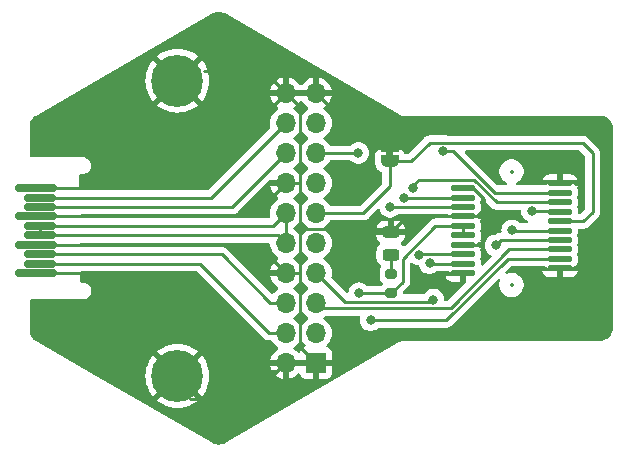
<source format=gbr>
%TF.GenerationSoftware,KiCad,Pcbnew,8.0.3*%
%TF.CreationDate,2024-06-06T10:46:03+01:00*%
%TF.ProjectId,hexpansion,68657870-616e-4736-996f-6e2e6b696361,rev?*%
%TF.SameCoordinates,Original*%
%TF.FileFunction,Copper,L1,Top*%
%TF.FilePolarity,Positive*%
%FSLAX46Y46*%
G04 Gerber Fmt 4.6, Leading zero omitted, Abs format (unit mm)*
G04 Created by KiCad (PCBNEW 8.0.3) date 2024-06-06 10:46:03*
%MOMM*%
%LPD*%
G01*
G04 APERTURE LIST*
G04 Aperture macros list*
%AMRoundRect*
0 Rectangle with rounded corners*
0 $1 Rounding radius*
0 $2 $3 $4 $5 $6 $7 $8 $9 X,Y pos of 4 corners*
0 Add a 4 corners polygon primitive as box body*
4,1,4,$2,$3,$4,$5,$6,$7,$8,$9,$2,$3,0*
0 Add four circle primitives for the rounded corners*
1,1,$1+$1,$2,$3*
1,1,$1+$1,$4,$5*
1,1,$1+$1,$6,$7*
1,1,$1+$1,$8,$9*
0 Add four rect primitives between the rounded corners*
20,1,$1+$1,$2,$3,$4,$5,0*
20,1,$1+$1,$4,$5,$6,$7,0*
20,1,$1+$1,$6,$7,$8,$9,0*
20,1,$1+$1,$8,$9,$2,$3,0*%
%AMFreePoly0*
4,1,19,0.500000,-0.750000,0.000000,-0.750000,0.000000,-0.744911,-0.071157,-0.744911,-0.207708,-0.704816,-0.327430,-0.627875,-0.420627,-0.520320,-0.479746,-0.390866,-0.500000,-0.250000,-0.500000,0.250000,-0.479746,0.390866,-0.420627,0.520320,-0.327430,0.627875,-0.207708,0.704816,-0.071157,0.744911,0.000000,0.744911,0.000000,0.750000,0.500000,0.750000,0.500000,-0.750000,0.500000,-0.750000,
$1*%
%AMFreePoly1*
4,1,19,0.000000,0.744911,0.071157,0.744911,0.207708,0.704816,0.327430,0.627875,0.420627,0.520320,0.479746,0.390866,0.500000,0.250000,0.500000,-0.250000,0.479746,-0.390866,0.420627,-0.520320,0.327430,-0.627875,0.207708,-0.704816,0.071157,-0.744911,0.000000,-0.744911,0.000000,-0.750000,-0.500000,-0.750000,-0.500000,0.750000,0.000000,0.750000,0.000000,0.744911,0.000000,0.744911,
$1*%
G04 Aperture macros list end*
%TA.AperFunction,EtchedComponent*%
%ADD10C,0.000000*%
%TD*%
%TA.AperFunction,SMDPad,CuDef*%
%ADD11RoundRect,0.150000X1.600000X0.150000X-1.600000X0.150000X-1.600000X-0.150000X1.600000X-0.150000X0*%
%TD*%
%TA.AperFunction,SMDPad,CuDef*%
%ADD12RoundRect,0.150000X1.200000X0.150000X-1.200000X0.150000X-1.200000X-0.150000X1.200000X-0.150000X0*%
%TD*%
%TA.AperFunction,SMDPad,CuDef*%
%ADD13RoundRect,0.125000X0.875000X0.125000X-0.875000X0.125000X-0.875000X-0.125000X0.875000X-0.125000X0*%
%TD*%
%TA.AperFunction,SMDPad,CuDef*%
%ADD14RoundRect,0.243750X-0.456250X0.243750X-0.456250X-0.243750X0.456250X-0.243750X0.456250X0.243750X0*%
%TD*%
%TA.AperFunction,ComponentPad*%
%ADD15C,0.700000*%
%TD*%
%TA.AperFunction,ComponentPad*%
%ADD16C,4.400000*%
%TD*%
%TA.AperFunction,ComponentPad*%
%ADD17R,1.700000X1.700000*%
%TD*%
%TA.AperFunction,ComponentPad*%
%ADD18O,1.700000X1.700000*%
%TD*%
%TA.AperFunction,SMDPad,CuDef*%
%ADD19FreePoly0,90.000000*%
%TD*%
%TA.AperFunction,SMDPad,CuDef*%
%ADD20FreePoly1,90.000000*%
%TD*%
%TA.AperFunction,SMDPad,CuDef*%
%ADD21RoundRect,0.200000X0.275000X-0.200000X0.275000X0.200000X-0.275000X0.200000X-0.275000X-0.200000X0*%
%TD*%
%TA.AperFunction,ViaPad*%
%ADD22C,0.800000*%
%TD*%
%TA.AperFunction,Conductor*%
%ADD23C,0.250000*%
%TD*%
%ADD24C,0.350000*%
G04 APERTURE END LIST*
D10*
%TA.AperFunction,EtchedComponent*%
%TO.C,JP1*%
G36*
X130790000Y-93940000D02*
G01*
X130190000Y-93940000D01*
X130190000Y-93440000D01*
X130790000Y-93440000D01*
X130790000Y-93940000D01*
G37*
%TD.AperFunction*%
%TD*%
D11*
%TO.P,J1,11,GND*%
%TO.N,/GND*%
X100500000Y-96600000D03*
D12*
%TO.P,J1,12,HS_F*%
%TO.N,/HS_F*%
X100900000Y-97400000D03*
%TO.P,J1,13,HS_G*%
%TO.N,/HS_G*%
X100900000Y-98200000D03*
D11*
%TO.P,J1,14,GND*%
%TO.N,/GND*%
X100500000Y-99000000D03*
D12*
%TO.P,J1,15,3V3*%
%TO.N,/3V3*%
X100900000Y-99800000D03*
%TO.P,J1,16,3V3*%
X100900000Y-100600000D03*
D11*
%TO.P,J1,17,GND*%
%TO.N,/GND*%
X100500000Y-101400000D03*
D12*
%TO.P,J1,18,HS_H*%
%TO.N,/HS_H*%
X100900000Y-102200000D03*
%TO.P,J1,19,HS_I*%
%TO.N,/HS_I*%
X100900000Y-103000000D03*
D11*
%TO.P,J1,20,GND*%
%TO.N,/GND*%
X100500000Y-103800000D03*
%TD*%
D13*
%TO.P,J3,1,Pin_1*%
%TO.N,/GND*%
X144892200Y-103400000D03*
%TO.P,J3,2,Pin_2*%
%TO.N,/LS_A*%
X144892200Y-102600000D03*
%TO.P,J3,3,Pin_3*%
%TO.N,/LS_B*%
X144892200Y-101800000D03*
%TO.P,J3,4,Pin_4*%
%TO.N,/SDA*%
X144892200Y-101000000D03*
%TO.P,J3,5,Pin_5*%
%TO.N,/SCL*%
X144892200Y-100200000D03*
%TO.P,J3,6,Pin_6*%
%TO.N,/HEXP_DET*%
X144892200Y-99400000D03*
%TO.P,J3,7,Pin_7*%
%TO.N,/LS_C*%
X144892200Y-98600000D03*
%TO.P,J3,8,Pin_8*%
%TO.N,/LS_D*%
X144892200Y-97800000D03*
%TO.P,J3,9,Pin_9*%
%TO.N,/LS_E*%
X144892200Y-97000000D03*
%TO.P,J3,10,Pin_10*%
%TO.N,/GND*%
X144892200Y-96200000D03*
%TO.P,J3,11,Pin_11*%
X136692200Y-96600000D03*
%TO.P,J3,12,Pin_12*%
%TO.N,/HS_F*%
X136692200Y-97400000D03*
%TO.P,J3,13,Pin_13*%
%TO.N,/HS_G*%
X136692200Y-98200000D03*
%TO.P,J3,14,Pin_14*%
%TO.N,/GND*%
X136692200Y-99000000D03*
%TO.P,J3,15,Pin_15*%
%TO.N,/3V3*%
X136692200Y-99800000D03*
%TO.P,J3,16,Pin_16*%
X136692200Y-100600000D03*
%TO.P,J3,17,Pin_17*%
%TO.N,/GND*%
X136692200Y-101400000D03*
%TO.P,J3,18,Pin_18*%
%TO.N,/HS_H*%
X136692200Y-102200000D03*
%TO.P,J3,19,Pin_19*%
%TO.N,/HS_I*%
X136692200Y-103000000D03*
%TO.P,J3,20,Pin_20*%
%TO.N,/GND*%
X136692200Y-103800000D03*
%TD*%
D14*
%TO.P,D1,1,K*%
%TO.N,/GND*%
X130550000Y-100352500D03*
%TO.P,D1,2,A*%
%TO.N,Net-(D1-A)*%
X130550000Y-102227500D03*
%TD*%
D15*
%TO.P,H2,1,1*%
%TO.N,/GND*%
X110850000Y-87500000D03*
X111333274Y-86333274D03*
X111333274Y-88666726D03*
X112500000Y-85850000D03*
D16*
X112500000Y-87500000D03*
D15*
X112500000Y-89150000D03*
X113666726Y-86333274D03*
X113666726Y-88666726D03*
X114150000Y-87500000D03*
%TD*%
D17*
%TO.P,J2,1,Pin_1*%
%TO.N,/GND*%
X124230000Y-111410000D03*
D18*
%TO.P,J2,2,Pin_2*%
X121690000Y-111410000D03*
%TO.P,J2,3,Pin_3*%
%TO.N,/LS_A*%
X124230000Y-108870000D03*
%TO.P,J2,4,Pin_4*%
%TO.N,/HS_I*%
X121690000Y-108870000D03*
%TO.P,J2,5,Pin_5*%
%TO.N,/LS_B*%
X124230000Y-106330000D03*
%TO.P,J2,6,Pin_6*%
%TO.N,/HS_H*%
X121690000Y-106330000D03*
%TO.P,J2,7,Pin_7*%
%TO.N,/SDA*%
X124230000Y-103790000D03*
%TO.P,J2,8,Pin_8*%
%TO.N,/GND*%
X121690000Y-103790000D03*
%TO.P,J2,9,Pin_9*%
%TO.N,/SCL*%
X124230000Y-101250000D03*
%TO.P,J2,10,Pin_10*%
%TO.N,/3V3*%
X121690000Y-101250000D03*
%TO.P,J2,11,Pin_11*%
%TO.N,/HEXP_DET*%
X124230000Y-98710000D03*
%TO.P,J2,12,Pin_12*%
%TO.N,/3V3*%
X121690000Y-98710000D03*
%TO.P,J2,13,Pin_13*%
%TO.N,/LS_C*%
X124230000Y-96170000D03*
%TO.P,J2,14,Pin_14*%
%TO.N,/GND*%
X121690000Y-96170000D03*
%TO.P,J2,15,Pin_15*%
%TO.N,/LS_D*%
X124230000Y-93630000D03*
%TO.P,J2,16,Pin_16*%
%TO.N,/HS_G*%
X121690000Y-93630000D03*
%TO.P,J2,17,Pin_17*%
%TO.N,/LS_E*%
X124230000Y-91090000D03*
%TO.P,J2,18,Pin_18*%
%TO.N,/HS_F*%
X121690000Y-91090000D03*
%TO.P,J2,19,Pin_19*%
%TO.N,/GND*%
X124230000Y-88550000D03*
%TO.P,J2,20,Pin_20*%
X121690000Y-88550000D03*
%TD*%
D19*
%TO.P,JP1,1,A*%
%TO.N,/HEXP_DET*%
X130490000Y-94340000D03*
D20*
%TO.P,JP1,2,B*%
%TO.N,/GND*%
X130490000Y-93040000D03*
%TD*%
D21*
%TO.P,R1,1*%
%TO.N,/3V3*%
X130590000Y-105505000D03*
%TO.P,R1,2*%
%TO.N,Net-(D1-A)*%
X130590000Y-103855000D03*
%TD*%
D15*
%TO.P,H1,1,1*%
%TO.N,/GND*%
X110850000Y-112500000D03*
X111333274Y-111333274D03*
X111333274Y-113666726D03*
X112500000Y-110850000D03*
D16*
X112500000Y-112500000D03*
D15*
X112500000Y-114150000D03*
X113666726Y-111333274D03*
X113666726Y-113666726D03*
X114150000Y-112500000D03*
%TD*%
D22*
%TO.N,/GND*%
X144907000Y-94513400D03*
X106250000Y-105500000D03*
X106250000Y-94250000D03*
X144932400Y-91313000D03*
%TO.N,/LS_A*%
X128854200Y-107797600D03*
%TO.N,/SDA*%
X134162800Y-106045000D03*
X139446000Y-101447600D03*
%TO.N,/SCL*%
X140843000Y-100177600D03*
%TO.N,/LS_C*%
X142494000Y-98526600D03*
%TO.N,/LS_D*%
X132486400Y-96621600D03*
X127830153Y-93632447D03*
%TO.N,/LS_E*%
X134950200Y-93497400D03*
%TO.N,/HS_F*%
X131673600Y-97400000D03*
%TO.N,/HS_G*%
X130505200Y-98200000D03*
%TO.N,/3V3*%
X127877653Y-105490947D03*
%TO.N,/HS_H*%
X132943600Y-102235000D03*
%TO.N,/HS_I*%
X133858000Y-102971600D03*
%TD*%
D23*
%TO.N,/GND*%
X111990000Y-103800000D02*
X120320000Y-112130000D01*
X144892200Y-96200000D02*
X144892200Y-94528200D01*
X138480800Y-97840800D02*
X138455400Y-97815400D01*
X121690000Y-96170000D02*
X122865000Y-96170000D01*
X113640000Y-96600000D02*
X100500000Y-96600000D01*
X137995000Y-101400000D02*
X138480800Y-100914200D01*
X121690000Y-88550000D02*
X124230000Y-88550000D01*
X144892200Y-94528200D02*
X144907000Y-94513400D01*
X122865000Y-103890000D02*
X122865000Y-100070000D01*
X136692200Y-101400000D02*
X137995000Y-101400000D01*
X130267500Y-100070000D02*
X122865000Y-100070000D01*
X122865000Y-89725000D02*
X121690000Y-88550000D01*
X137532060Y-96600000D02*
X138455400Y-97523340D01*
X137829600Y-99000000D02*
X136692200Y-99000000D01*
X114716726Y-86666726D02*
X119806726Y-86666726D01*
X121690000Y-103790000D02*
X119300000Y-101400000D01*
X130550000Y-100352500D02*
X130267500Y-100070000D01*
X113550000Y-114500000D02*
X118600000Y-114500000D01*
X119806726Y-86666726D02*
X121690000Y-88550000D01*
X130490000Y-93040000D02*
X128720000Y-93040000D01*
X136692200Y-96600000D02*
X137532060Y-96600000D01*
X118860000Y-99000000D02*
X100500000Y-99000000D01*
X136692200Y-99000000D02*
X131902500Y-99000000D01*
X138480800Y-100914200D02*
X138480800Y-97840800D01*
X122865000Y-100070000D02*
X122865000Y-96170000D01*
X121690000Y-103790000D02*
X122765000Y-103790000D01*
X120970000Y-112130000D02*
X121690000Y-111410000D01*
X121690000Y-96170000D02*
X118860000Y-99000000D01*
X138455400Y-97815400D02*
X138455400Y-98374200D01*
X122865000Y-96170000D02*
X122865000Y-89725000D01*
X118600000Y-114500000D02*
X121690000Y-111410000D01*
X121690000Y-88550000D02*
X113640000Y-96600000D01*
X122765000Y-103790000D02*
X122865000Y-103890000D01*
X100500000Y-103800000D02*
X111990000Y-103800000D01*
X119300000Y-101400000D02*
X100500000Y-101400000D01*
X121690000Y-111410000D02*
X124230000Y-111410000D01*
X128720000Y-93040000D02*
X124230000Y-88550000D01*
X124230000Y-111410000D02*
X122865000Y-110045000D01*
X120320000Y-112130000D02*
X120970000Y-112130000D01*
X122865000Y-110045000D02*
X122865000Y-103890000D01*
X131902500Y-99000000D02*
X130550000Y-100352500D01*
X138455400Y-97523340D02*
X138455400Y-97815400D01*
X138455400Y-98374200D02*
X137829600Y-99000000D01*
%TO.N,/LS_A*%
X140452600Y-102600000D02*
X144892200Y-102600000D01*
X128854200Y-107797600D02*
X135255000Y-107797600D01*
X135255000Y-107797600D02*
X140452600Y-102600000D01*
%TO.N,/LS_B*%
X135646204Y-106770000D02*
X124670000Y-106770000D01*
X144892200Y-101800000D02*
X140616204Y-101800000D01*
X124670000Y-106770000D02*
X124230000Y-106330000D01*
X140616204Y-101800000D02*
X135646204Y-106770000D01*
%TO.N,/SDA*%
X133977800Y-106230000D02*
X126702400Y-106230000D01*
X139893600Y-101000000D02*
X139446000Y-101447600D01*
X124262400Y-103790000D02*
X124230000Y-103790000D01*
X144892200Y-101000000D02*
X139893600Y-101000000D01*
X134162800Y-106045000D02*
X133977800Y-106230000D01*
X126702400Y-106230000D02*
X124262400Y-103790000D01*
%TO.N,/SCL*%
X144892200Y-100200000D02*
X140865400Y-100200000D01*
X140865400Y-100200000D02*
X140843000Y-100177600D01*
%TO.N,/LS_C*%
X142494000Y-98526600D02*
X144818800Y-98526600D01*
X144818800Y-98526600D02*
X144892200Y-98600000D01*
%TO.N,/LS_D*%
X137617060Y-95885000D02*
X139532060Y-97800000D01*
X127827706Y-93630000D02*
X124230000Y-93630000D01*
X132943600Y-95885000D02*
X137617060Y-95885000D01*
X132486400Y-96342200D02*
X132943600Y-95885000D01*
X127830153Y-93632447D02*
X127827706Y-93630000D01*
X139532060Y-97800000D02*
X144892200Y-97800000D01*
X132486400Y-96621600D02*
X132486400Y-96342200D01*
%TO.N,/LS_E*%
X144892200Y-97000000D02*
X139368456Y-97000000D01*
X139368456Y-97000000D02*
X135865856Y-93497400D01*
X135865856Y-93497400D02*
X134950200Y-93497400D01*
%TO.N,/HS_F*%
X131673600Y-97400000D02*
X136692200Y-97400000D01*
X115380000Y-97400000D02*
X100900000Y-97400000D01*
X121690000Y-91090000D02*
X115380000Y-97400000D01*
%TO.N,/HS_G*%
X130505200Y-98200000D02*
X136692200Y-98200000D01*
X117120000Y-98200000D02*
X100900000Y-98200000D01*
X121690000Y-93630000D02*
X117120000Y-98200000D01*
%TO.N,/3V3*%
X120600000Y-99800000D02*
X100900000Y-99800000D01*
X127891706Y-105505000D02*
X130590000Y-105505000D01*
X131575000Y-102578295D02*
X131575000Y-104520000D01*
X136692200Y-100600000D02*
X136692200Y-99800000D01*
X100900000Y-99800000D02*
X100900000Y-100600000D01*
X121690000Y-101250000D02*
X121690000Y-98710000D01*
X121690000Y-98710000D02*
X120600000Y-99800000D01*
X121040000Y-100600000D02*
X121690000Y-101250000D01*
X131575000Y-104520000D02*
X130590000Y-105505000D01*
X100900000Y-100600000D02*
X121040000Y-100600000D01*
X127877653Y-105490947D02*
X127891706Y-105505000D01*
X136692200Y-99800000D02*
X134353295Y-99800000D01*
X134353295Y-99800000D02*
X131575000Y-102578295D01*
%TO.N,/HS_H*%
X121690000Y-106330000D02*
X120380000Y-106330000D01*
X132978600Y-102200000D02*
X132943600Y-102235000D01*
X116250000Y-102200000D02*
X100900000Y-102200000D01*
X136692200Y-102200000D02*
X132978600Y-102200000D01*
X120380000Y-106330000D02*
X116250000Y-102200000D01*
%TO.N,/HS_I*%
X121690000Y-108870000D02*
X120280000Y-108870000D01*
X136692200Y-103000000D02*
X133886400Y-103000000D01*
X120280000Y-108870000D02*
X114410000Y-103000000D01*
X114410000Y-103000000D02*
X100900000Y-103000000D01*
X133886400Y-103000000D02*
X133858000Y-102971600D01*
%TO.N,Net-(D1-A)*%
X130590000Y-103855000D02*
X130550000Y-103815000D01*
X130550000Y-103815000D02*
X130550000Y-102227500D01*
%TO.N,/HEXP_DET*%
X133846400Y-92772400D02*
X132278800Y-94340000D01*
X130490000Y-96459000D02*
X130490000Y-94340000D01*
X135264305Y-92786200D02*
X135250505Y-92772400D01*
X128239000Y-98710000D02*
X130490000Y-96459000D01*
X146878400Y-99400000D02*
X147650200Y-98628200D01*
X146812000Y-92786200D02*
X135264305Y-92786200D01*
X147650200Y-98628200D02*
X147650200Y-93624400D01*
X132278800Y-94340000D02*
X130490000Y-94340000D01*
X144892200Y-99400000D02*
X146878400Y-99400000D01*
X147650200Y-93624400D02*
X146812000Y-92786200D01*
X135250505Y-92772400D02*
X133846400Y-92772400D01*
X124230000Y-98710000D02*
X128239000Y-98710000D01*
%TD*%
%TA.AperFunction,Conductor*%
%TO.N,/GND*%
G36*
X116195565Y-81697103D02*
G01*
X116220909Y-81702490D01*
X116396990Y-81759703D01*
X116418033Y-81768768D01*
X116498662Y-81812745D01*
X116501227Y-81814183D01*
X131498528Y-90473725D01*
X148350618Y-90473725D01*
X148353418Y-90473757D01*
X148357163Y-90473841D01*
X148439486Y-90475702D01*
X148460855Y-90478050D01*
X148631066Y-90511908D01*
X148654314Y-90518959D01*
X148813353Y-90584838D01*
X148834765Y-90596283D01*
X148977886Y-90691916D01*
X148996673Y-90707335D01*
X149118387Y-90829051D01*
X149133792Y-90847822D01*
X149229420Y-90990943D01*
X149240878Y-91012381D01*
X149306743Y-91171399D01*
X149313799Y-91194661D01*
X149347653Y-91364873D01*
X149350003Y-91386227D01*
X149351972Y-91472321D01*
X149352004Y-91475156D01*
X149352063Y-108524841D01*
X149352031Y-108527668D01*
X149350068Y-108613754D01*
X149347718Y-108635115D01*
X149313866Y-108805323D01*
X149306810Y-108828586D01*
X149240947Y-108987602D01*
X149229488Y-109009041D01*
X149133867Y-109152150D01*
X149118446Y-109170941D01*
X148996740Y-109292648D01*
X148977947Y-109308070D01*
X148834841Y-109403687D01*
X148813403Y-109415146D01*
X148654385Y-109481011D01*
X148631122Y-109488067D01*
X148460912Y-109521919D01*
X148439558Y-109524269D01*
X148358702Y-109526117D01*
X148353463Y-109526237D01*
X148350631Y-109526269D01*
X131767938Y-109526269D01*
X131761906Y-109526401D01*
X131680622Y-109528191D01*
X131680612Y-109528192D01*
X131508627Y-109558510D01*
X131344514Y-109618234D01*
X131267933Y-109660246D01*
X116501287Y-118185775D01*
X116498663Y-118187248D01*
X116418041Y-118231222D01*
X116396983Y-118240293D01*
X116220916Y-118297501D01*
X116195559Y-118302891D01*
X116012956Y-118322083D01*
X115987034Y-118322083D01*
X115804430Y-118302891D01*
X115779073Y-118297501D01*
X115603006Y-118240293D01*
X115581954Y-118231224D01*
X115501323Y-118187246D01*
X115498702Y-118185775D01*
X105650653Y-112500000D01*
X109795065Y-112500000D01*
X109814786Y-112826038D01*
X109873667Y-113147341D01*
X109970835Y-113459164D01*
X109970839Y-113459175D01*
X110104897Y-113757041D01*
X110104898Y-113757043D01*
X110273881Y-114036576D01*
X110421476Y-114224968D01*
X110939936Y-113706508D01*
X111133274Y-113706508D01*
X111163722Y-113780017D01*
X111219983Y-113836278D01*
X111293492Y-113866726D01*
X111373056Y-113866726D01*
X111446565Y-113836278D01*
X111502826Y-113780017D01*
X111533274Y-113706508D01*
X111533274Y-113626944D01*
X111502826Y-113553435D01*
X111446565Y-113497174D01*
X111373056Y-113466726D01*
X111293492Y-113466726D01*
X111219983Y-113497174D01*
X111163722Y-113553435D01*
X111133274Y-113626944D01*
X111133274Y-113706508D01*
X110939936Y-113706508D01*
X111563708Y-113082736D01*
X111660967Y-113216602D01*
X111783398Y-113339033D01*
X111917262Y-113436290D01*
X110775030Y-114578522D01*
X110775030Y-114578523D01*
X110963423Y-114726118D01*
X111242956Y-114895101D01*
X111242958Y-114895102D01*
X111540824Y-115029160D01*
X111540835Y-115029164D01*
X111852658Y-115126332D01*
X112173961Y-115185213D01*
X112500000Y-115204934D01*
X112826038Y-115185213D01*
X113147341Y-115126332D01*
X113459164Y-115029164D01*
X113459175Y-115029160D01*
X113757041Y-114895102D01*
X113757043Y-114895101D01*
X114036586Y-114726112D01*
X114224968Y-114578523D01*
X114224968Y-114578522D01*
X113352955Y-113706508D01*
X113466726Y-113706508D01*
X113497174Y-113780017D01*
X113553435Y-113836278D01*
X113626944Y-113866726D01*
X113706508Y-113866726D01*
X113780017Y-113836278D01*
X113836278Y-113780017D01*
X113866726Y-113706508D01*
X113866726Y-113626944D01*
X113836278Y-113553435D01*
X113780017Y-113497174D01*
X113706508Y-113466726D01*
X113626944Y-113466726D01*
X113553435Y-113497174D01*
X113497174Y-113553435D01*
X113466726Y-113626944D01*
X113466726Y-113706508D01*
X113352955Y-113706508D01*
X113082737Y-113436290D01*
X113216602Y-113339033D01*
X113339033Y-113216602D01*
X113436290Y-113082737D01*
X114578522Y-114224968D01*
X114578523Y-114224968D01*
X114726112Y-114036586D01*
X114895101Y-113757043D01*
X114895102Y-113757041D01*
X115029160Y-113459175D01*
X115029164Y-113459164D01*
X115126332Y-113147341D01*
X115185213Y-112826038D01*
X115204934Y-112500000D01*
X115185213Y-112173961D01*
X115126332Y-111852658D01*
X115029164Y-111540835D01*
X115029160Y-111540824D01*
X114895102Y-111242958D01*
X114895101Y-111242956D01*
X114726118Y-110963423D01*
X114578522Y-110775030D01*
X113436290Y-111917262D01*
X113339033Y-111783398D01*
X113216602Y-111660967D01*
X113082736Y-111563709D01*
X113273389Y-111373056D01*
X113466726Y-111373056D01*
X113497174Y-111446565D01*
X113553435Y-111502826D01*
X113626944Y-111533274D01*
X113706508Y-111533274D01*
X113780017Y-111502826D01*
X113836278Y-111446565D01*
X113866726Y-111373056D01*
X113866726Y-111293492D01*
X113836278Y-111219983D01*
X113780017Y-111163722D01*
X113706508Y-111133274D01*
X113626944Y-111133274D01*
X113553435Y-111163722D01*
X113497174Y-111219983D01*
X113466726Y-111293492D01*
X113466726Y-111373056D01*
X113273389Y-111373056D01*
X114224968Y-110421476D01*
X114036576Y-110273881D01*
X113757043Y-110104898D01*
X113757041Y-110104897D01*
X113459175Y-109970839D01*
X113459164Y-109970835D01*
X113147341Y-109873667D01*
X112826038Y-109814786D01*
X112500000Y-109795065D01*
X112173961Y-109814786D01*
X111852658Y-109873667D01*
X111540835Y-109970835D01*
X111540824Y-109970839D01*
X111242958Y-110104897D01*
X111242956Y-110104898D01*
X110963422Y-110273881D01*
X110963416Y-110273886D01*
X110775030Y-110421474D01*
X110775029Y-110421476D01*
X111917262Y-111563709D01*
X111783398Y-111660967D01*
X111660967Y-111783398D01*
X111563709Y-111917262D01*
X111019503Y-111373056D01*
X111133274Y-111373056D01*
X111163722Y-111446565D01*
X111219983Y-111502826D01*
X111293492Y-111533274D01*
X111373056Y-111533274D01*
X111446565Y-111502826D01*
X111502826Y-111446565D01*
X111533274Y-111373056D01*
X111533274Y-111293492D01*
X111502826Y-111219983D01*
X111446565Y-111163722D01*
X111373056Y-111133274D01*
X111293492Y-111133274D01*
X111219983Y-111163722D01*
X111163722Y-111219983D01*
X111133274Y-111293492D01*
X111133274Y-111373056D01*
X111019503Y-111373056D01*
X110421476Y-110775029D01*
X110421474Y-110775030D01*
X110273886Y-110963416D01*
X110273881Y-110963422D01*
X110104898Y-111242956D01*
X110104897Y-111242958D01*
X109970839Y-111540824D01*
X109970835Y-111540835D01*
X109873667Y-111852658D01*
X109814786Y-112173961D01*
X109795065Y-112500000D01*
X105650653Y-112500000D01*
X100501428Y-109527093D01*
X100498608Y-109525415D01*
X100420311Y-109477404D01*
X100402161Y-109463847D01*
X100264511Y-109339913D01*
X100247165Y-109320649D01*
X100139266Y-109172148D01*
X100126306Y-109149703D01*
X100051634Y-108982002D01*
X100043626Y-108957358D01*
X100005112Y-108776200D01*
X100002445Y-108753674D01*
X100000042Y-108661846D01*
X100000000Y-108658603D01*
X100000000Y-106253025D01*
X100000147Y-106246989D01*
X100000363Y-106242548D01*
X100001352Y-106222261D01*
X100010642Y-106180856D01*
X100030659Y-106132529D01*
X100057534Y-106092308D01*
X100092308Y-106057534D01*
X100132529Y-106030659D01*
X100180856Y-106010642D01*
X100222261Y-106001352D01*
X100241421Y-106000418D01*
X100246990Y-106000147D01*
X100253026Y-106000000D01*
X104500015Y-106000000D01*
X104551275Y-105998564D01*
X104578623Y-105997799D01*
X104731927Y-105962809D01*
X104873601Y-105894582D01*
X104996541Y-105796541D01*
X105094582Y-105673601D01*
X105162809Y-105531927D01*
X105197799Y-105378623D01*
X105200000Y-105300000D01*
X105199762Y-105291508D01*
X105197799Y-105221384D01*
X105197799Y-105221377D01*
X105162809Y-105068073D01*
X105094582Y-104926399D01*
X104996541Y-104803459D01*
X104873601Y-104705418D01*
X104873599Y-104705417D01*
X104873598Y-104705416D01*
X104731927Y-104637190D01*
X104578625Y-104602201D01*
X104578615Y-104602200D01*
X104500015Y-104600000D01*
X104500000Y-104600000D01*
X104389804Y-104600000D01*
X104322765Y-104580315D01*
X104277010Y-104527511D01*
X104265807Y-104476862D01*
X104265742Y-104467578D01*
X104260757Y-103750362D01*
X104279975Y-103683187D01*
X104332460Y-103637066D01*
X104384754Y-103625500D01*
X114099548Y-103625500D01*
X114166587Y-103645185D01*
X114187229Y-103661819D01*
X119881263Y-109355855D01*
X119881267Y-109355858D01*
X119983710Y-109424309D01*
X119983711Y-109424309D01*
X119983715Y-109424312D01*
X120050396Y-109451931D01*
X120050398Y-109451933D01*
X120097543Y-109471461D01*
X120097548Y-109471463D01*
X120117597Y-109475451D01*
X120145549Y-109481011D01*
X120218392Y-109495501D01*
X120218394Y-109495501D01*
X120347721Y-109495501D01*
X120347741Y-109495500D01*
X120414773Y-109495500D01*
X120481812Y-109515185D01*
X120516348Y-109548377D01*
X120651501Y-109741396D01*
X120651506Y-109741402D01*
X120818597Y-109908493D01*
X120818603Y-109908498D01*
X121004594Y-110038730D01*
X121048219Y-110093307D01*
X121055413Y-110162805D01*
X121023890Y-110225160D01*
X121004595Y-110241880D01*
X120818922Y-110371890D01*
X120818920Y-110371891D01*
X120651891Y-110538920D01*
X120651886Y-110538926D01*
X120516400Y-110732420D01*
X120516399Y-110732422D01*
X120416570Y-110946507D01*
X120416567Y-110946513D01*
X120359364Y-111159999D01*
X120359364Y-111160000D01*
X121256988Y-111160000D01*
X121224075Y-111217007D01*
X121190000Y-111344174D01*
X121190000Y-111475826D01*
X121224075Y-111602993D01*
X121256988Y-111660000D01*
X120359364Y-111660000D01*
X120416567Y-111873486D01*
X120416570Y-111873492D01*
X120516399Y-112087578D01*
X120651894Y-112281082D01*
X120818917Y-112448105D01*
X121012421Y-112583600D01*
X121226507Y-112683429D01*
X121226516Y-112683433D01*
X121440000Y-112740634D01*
X121440000Y-111843012D01*
X121497007Y-111875925D01*
X121624174Y-111910000D01*
X121755826Y-111910000D01*
X121882993Y-111875925D01*
X121940000Y-111843012D01*
X121940000Y-112740633D01*
X122153483Y-112683433D01*
X122153492Y-112683429D01*
X122367578Y-112583600D01*
X122561078Y-112448108D01*
X122683521Y-112325665D01*
X122744844Y-112292180D01*
X122814536Y-112297164D01*
X122870470Y-112339035D01*
X122887385Y-112370013D01*
X122936645Y-112502086D01*
X122936649Y-112502093D01*
X123022809Y-112617187D01*
X123022812Y-112617190D01*
X123137906Y-112703350D01*
X123137913Y-112703354D01*
X123272620Y-112753596D01*
X123272627Y-112753598D01*
X123332155Y-112759999D01*
X123332172Y-112760000D01*
X123980000Y-112760000D01*
X123980000Y-111843012D01*
X124037007Y-111875925D01*
X124164174Y-111910000D01*
X124295826Y-111910000D01*
X124422993Y-111875925D01*
X124480000Y-111843012D01*
X124480000Y-112760000D01*
X125127828Y-112760000D01*
X125127844Y-112759999D01*
X125187372Y-112753598D01*
X125187379Y-112753596D01*
X125322086Y-112703354D01*
X125322093Y-112703350D01*
X125437187Y-112617190D01*
X125437190Y-112617187D01*
X125523350Y-112502093D01*
X125523354Y-112502086D01*
X125573596Y-112367379D01*
X125573598Y-112367372D01*
X125579999Y-112307844D01*
X125580000Y-112307827D01*
X125580000Y-111660000D01*
X124663012Y-111660000D01*
X124695925Y-111602993D01*
X124730000Y-111475826D01*
X124730000Y-111344174D01*
X124695925Y-111217007D01*
X124663012Y-111160000D01*
X125580000Y-111160000D01*
X125580000Y-110512172D01*
X125579999Y-110512155D01*
X125573598Y-110452627D01*
X125573596Y-110452620D01*
X125523354Y-110317913D01*
X125523350Y-110317906D01*
X125437190Y-110202812D01*
X125437187Y-110202809D01*
X125322093Y-110116649D01*
X125322088Y-110116646D01*
X125190528Y-110067577D01*
X125134595Y-110025705D01*
X125110178Y-109960241D01*
X125125030Y-109891968D01*
X125146175Y-109863720D01*
X125268495Y-109741401D01*
X125404035Y-109547830D01*
X125503903Y-109333663D01*
X125565063Y-109105408D01*
X125585659Y-108870000D01*
X125565063Y-108634592D01*
X125503903Y-108406337D01*
X125404035Y-108192171D01*
X125398425Y-108184158D01*
X125268494Y-107998597D01*
X125101402Y-107831506D01*
X125101401Y-107831505D01*
X124915842Y-107701575D01*
X124915841Y-107701574D01*
X124872216Y-107646997D01*
X124865024Y-107577498D01*
X124896546Y-107515144D01*
X124915836Y-107498428D01*
X125030808Y-107417925D01*
X125097014Y-107395598D01*
X125101931Y-107395500D01*
X127867337Y-107395500D01*
X127934376Y-107415185D01*
X127980131Y-107467989D01*
X127990075Y-107537147D01*
X127985268Y-107557817D01*
X127968526Y-107609344D01*
X127948740Y-107797600D01*
X127968526Y-107985856D01*
X127968527Y-107985859D01*
X128027018Y-108165877D01*
X128027021Y-108165884D01*
X128121667Y-108329816D01*
X128242601Y-108464126D01*
X128248329Y-108470488D01*
X128401465Y-108581748D01*
X128401470Y-108581751D01*
X128574392Y-108658742D01*
X128574397Y-108658744D01*
X128759554Y-108698100D01*
X128759555Y-108698100D01*
X128948844Y-108698100D01*
X128948846Y-108698100D01*
X129134003Y-108658744D01*
X129306930Y-108581751D01*
X129460071Y-108470488D01*
X129462988Y-108467247D01*
X129465800Y-108464126D01*
X129525287Y-108427479D01*
X129557948Y-108423100D01*
X135316608Y-108423100D01*
X135316608Y-108423099D01*
X135400882Y-108406337D01*
X135400883Y-108406337D01*
X135413183Y-108403890D01*
X135437452Y-108399063D01*
X135487496Y-108378334D01*
X135551286Y-108351912D01*
X135605496Y-108315689D01*
X135605497Y-108315689D01*
X135637433Y-108294348D01*
X135653733Y-108283458D01*
X135740858Y-108196333D01*
X135740858Y-108196331D01*
X135751066Y-108186124D01*
X135751067Y-108186121D01*
X139626790Y-104310400D01*
X139688112Y-104276916D01*
X139757804Y-104281900D01*
X139813737Y-104323772D01*
X139838154Y-104389236D01*
X139829031Y-104445534D01*
X139806110Y-104500869D01*
X139806107Y-104500881D01*
X139766700Y-104698993D01*
X139766700Y-104901008D01*
X139806107Y-105099120D01*
X139806109Y-105099128D01*
X139883412Y-105285753D01*
X139883417Y-105285763D01*
X139995641Y-105453719D01*
X140138481Y-105596559D01*
X140306437Y-105708783D01*
X140306441Y-105708785D01*
X140306444Y-105708787D01*
X140493073Y-105786092D01*
X140691192Y-105825500D01*
X140691196Y-105825501D01*
X140691197Y-105825501D01*
X140893204Y-105825501D01*
X140893205Y-105825500D01*
X141091327Y-105786092D01*
X141277956Y-105708787D01*
X141445918Y-105596559D01*
X141588758Y-105453719D01*
X141700986Y-105285757D01*
X141778291Y-105099128D01*
X141817700Y-104901004D01*
X141817700Y-104698998D01*
X141778291Y-104500874D01*
X141700986Y-104314245D01*
X141700984Y-104314242D01*
X141700982Y-104314238D01*
X141588758Y-104146282D01*
X141445918Y-104003442D01*
X141277962Y-103891218D01*
X141277952Y-103891213D01*
X141091327Y-103813910D01*
X141091319Y-103813908D01*
X140893207Y-103774501D01*
X140893203Y-103774501D01*
X140691197Y-103774501D01*
X140691192Y-103774501D01*
X140493080Y-103813908D01*
X140493068Y-103813911D01*
X140437733Y-103836832D01*
X140368264Y-103844301D01*
X140305785Y-103813025D01*
X140270133Y-103752936D01*
X140272627Y-103683111D01*
X140293080Y-103650000D01*
X143402674Y-103650000D01*
X143439043Y-103775185D01*
X143439045Y-103775191D01*
X143519426Y-103911108D01*
X143519432Y-103911116D01*
X143631083Y-104022767D01*
X143631091Y-104022773D01*
X143767011Y-104103155D01*
X143767014Y-104103156D01*
X143918646Y-104147210D01*
X143918652Y-104147211D01*
X143954081Y-104149999D01*
X143954094Y-104150000D01*
X144642200Y-104150000D01*
X144642200Y-103650000D01*
X145142200Y-103650000D01*
X145142200Y-104150000D01*
X145830306Y-104150000D01*
X145830318Y-104149999D01*
X145865747Y-104147211D01*
X145865753Y-104147210D01*
X146017385Y-104103156D01*
X146017388Y-104103155D01*
X146153308Y-104022773D01*
X146153316Y-104022767D01*
X146264967Y-103911116D01*
X146264973Y-103911108D01*
X146345354Y-103775191D01*
X146345356Y-103775185D01*
X146381725Y-103650000D01*
X145142200Y-103650000D01*
X144642200Y-103650000D01*
X143402674Y-103650000D01*
X140293080Y-103650000D01*
X140302598Y-103634592D01*
X140675372Y-103261819D01*
X140736695Y-103228334D01*
X140763053Y-103225500D01*
X143600798Y-103225500D01*
X143663918Y-103242767D01*
X143766810Y-103303618D01*
X143918573Y-103347709D01*
X143954037Y-103350500D01*
X145830362Y-103350499D01*
X145865827Y-103347709D01*
X146017590Y-103303618D01*
X146153620Y-103223170D01*
X146190470Y-103186320D01*
X146251792Y-103152834D01*
X146278152Y-103150000D01*
X146381726Y-103150000D01*
X146381725Y-103149999D01*
X146348458Y-103035492D01*
X146348458Y-102966302D01*
X146352837Y-102951230D01*
X146389909Y-102823627D01*
X146392700Y-102788163D01*
X146392699Y-102411838D01*
X146389909Y-102376373D01*
X146348719Y-102234595D01*
X146348719Y-102165405D01*
X146389907Y-102023633D01*
X146389909Y-102023627D01*
X146392700Y-101988163D01*
X146392699Y-101611838D01*
X146389909Y-101576373D01*
X146348719Y-101434595D01*
X146348719Y-101365405D01*
X146368305Y-101297989D01*
X146389909Y-101223627D01*
X146392700Y-101188163D01*
X146392699Y-100811838D01*
X146389909Y-100776373D01*
X146348719Y-100634595D01*
X146348719Y-100565405D01*
X146383500Y-100445687D01*
X146389909Y-100423627D01*
X146392700Y-100388163D01*
X146392699Y-100149499D01*
X146412383Y-100082461D01*
X146465187Y-100036706D01*
X146516699Y-100025500D01*
X146940008Y-100025500D01*
X146940008Y-100025499D01*
X147024327Y-100008728D01*
X147024328Y-100008728D01*
X147036613Y-100006284D01*
X147060852Y-100001463D01*
X147103245Y-99983903D01*
X147174686Y-99954312D01*
X147233613Y-99914937D01*
X147277133Y-99885858D01*
X147364258Y-99798733D01*
X147364259Y-99798731D01*
X147371325Y-99791665D01*
X147371328Y-99791661D01*
X148048929Y-99114060D01*
X148048933Y-99114058D01*
X148136058Y-99026933D01*
X148188994Y-98947709D01*
X148204512Y-98924486D01*
X148237852Y-98843992D01*
X148237853Y-98843991D01*
X148251660Y-98810660D01*
X148251660Y-98810657D01*
X148251663Y-98810652D01*
X148267264Y-98732216D01*
X148275700Y-98689807D01*
X148275700Y-98566593D01*
X148275700Y-93562794D01*
X148251663Y-93441948D01*
X148215638Y-93354976D01*
X148204512Y-93328115D01*
X148187456Y-93302590D01*
X148136058Y-93225667D01*
X148136056Y-93225664D01*
X148045837Y-93135445D01*
X148045806Y-93135416D01*
X147302198Y-92391808D01*
X147302178Y-92391786D01*
X147210733Y-92300341D01*
X147156396Y-92264035D01*
X147156395Y-92264034D01*
X147108290Y-92231890D01*
X147108286Y-92231888D01*
X147027792Y-92198547D01*
X146994452Y-92184737D01*
X146994453Y-92184737D01*
X146980653Y-92181992D01*
X146925073Y-92170937D01*
X146899340Y-92165818D01*
X146873608Y-92160700D01*
X146873607Y-92160700D01*
X146873606Y-92160700D01*
X135393706Y-92160700D01*
X135369518Y-92158318D01*
X135312112Y-92146900D01*
X135312111Y-92146900D01*
X133908007Y-92146900D01*
X133784793Y-92146900D01*
X133784789Y-92146900D01*
X133724371Y-92158918D01*
X133681143Y-92167516D01*
X133663946Y-92170937D01*
X133550116Y-92218087D01*
X133550107Y-92218092D01*
X133447668Y-92286540D01*
X133421207Y-92313002D01*
X133360542Y-92373667D01*
X133360539Y-92373670D01*
X132056029Y-93678181D01*
X131994706Y-93711666D01*
X131968348Y-93714500D01*
X131817454Y-93714500D01*
X131750415Y-93694815D01*
X131704660Y-93642011D01*
X131701799Y-93634344D01*
X131699819Y-93630009D01*
X131699819Y-93630008D01*
X131649828Y-93552221D01*
X131622032Y-93508969D01*
X131622028Y-93508965D01*
X131513299Y-93414750D01*
X131513297Y-93414748D01*
X131513294Y-93414746D01*
X131513290Y-93414744D01*
X131382419Y-93354976D01*
X131382414Y-93354975D01*
X131240000Y-93334500D01*
X130775763Y-93334500D01*
X130704236Y-93334500D01*
X130275764Y-93334500D01*
X130204237Y-93334500D01*
X129740000Y-93334500D01*
X129739997Y-93334500D01*
X129668059Y-93339644D01*
X129530005Y-93380182D01*
X129408969Y-93457967D01*
X129408965Y-93457971D01*
X129314750Y-93566700D01*
X129314744Y-93566709D01*
X129254976Y-93697580D01*
X129254975Y-93697585D01*
X129234500Y-93839999D01*
X129234500Y-94411889D01*
X129254974Y-94554296D01*
X129254976Y-94554304D01*
X129295483Y-94692259D01*
X129313479Y-94731665D01*
X129355252Y-94823136D01*
X129355253Y-94823138D01*
X129429376Y-94938476D01*
X129430196Y-94939917D01*
X129432988Y-94944098D01*
X129527207Y-95052830D01*
X129527210Y-95052833D01*
X129635864Y-95146981D01*
X129635867Y-95146984D01*
X129635869Y-95146985D01*
X129635870Y-95146986D01*
X129756906Y-95224770D01*
X129792010Y-95240801D01*
X129844815Y-95286556D01*
X129864500Y-95353595D01*
X129864500Y-96148547D01*
X129844815Y-96215586D01*
X129828181Y-96236228D01*
X128016229Y-98048181D01*
X127954906Y-98081666D01*
X127928548Y-98084500D01*
X125505227Y-98084500D01*
X125438188Y-98064815D01*
X125403652Y-98031623D01*
X125268494Y-97838597D01*
X125101402Y-97671506D01*
X125101396Y-97671501D01*
X124915842Y-97541575D01*
X124872217Y-97486998D01*
X124865023Y-97417500D01*
X124896546Y-97355145D01*
X124915842Y-97338425D01*
X124938026Y-97322891D01*
X125101401Y-97208495D01*
X125268495Y-97041401D01*
X125404035Y-96847830D01*
X125503903Y-96633663D01*
X125565063Y-96405408D01*
X125585659Y-96170000D01*
X125585597Y-96169297D01*
X125566298Y-95948711D01*
X125565063Y-95934592D01*
X125503903Y-95706337D01*
X125404035Y-95492171D01*
X125398731Y-95484595D01*
X125268494Y-95298597D01*
X125101402Y-95131506D01*
X125101396Y-95131501D01*
X124915842Y-95001575D01*
X124872217Y-94946998D01*
X124865023Y-94877500D01*
X124896546Y-94815145D01*
X124915842Y-94798425D01*
X125001091Y-94738733D01*
X125101401Y-94668495D01*
X125268495Y-94501401D01*
X125403652Y-94308377D01*
X125458229Y-94264752D01*
X125505227Y-94255500D01*
X127124202Y-94255500D01*
X127191241Y-94275185D01*
X127216351Y-94296527D01*
X127224281Y-94305334D01*
X127224288Y-94305340D01*
X127377418Y-94416595D01*
X127377423Y-94416598D01*
X127550345Y-94493589D01*
X127550350Y-94493591D01*
X127735507Y-94532947D01*
X127735508Y-94532947D01*
X127924797Y-94532947D01*
X127924799Y-94532947D01*
X128109956Y-94493591D01*
X128282883Y-94416598D01*
X128436024Y-94305335D01*
X128562686Y-94164663D01*
X128657332Y-94000731D01*
X128715827Y-93820703D01*
X128735613Y-93632447D01*
X128715827Y-93444191D01*
X128657332Y-93264163D01*
X128562686Y-93100231D01*
X128436024Y-92959559D01*
X128436023Y-92959558D01*
X128282887Y-92848298D01*
X128282882Y-92848295D01*
X128109960Y-92771304D01*
X128109955Y-92771302D01*
X127964154Y-92740312D01*
X127924799Y-92731947D01*
X127735507Y-92731947D01*
X127703050Y-92738845D01*
X127550350Y-92771302D01*
X127550345Y-92771304D01*
X127377423Y-92848295D01*
X127377418Y-92848298D01*
X127224283Y-92959557D01*
X127224277Y-92959562D01*
X127220759Y-92963471D01*
X127161273Y-93000120D01*
X127128608Y-93004500D01*
X125505227Y-93004500D01*
X125438188Y-92984815D01*
X125403652Y-92951623D01*
X125268494Y-92758597D01*
X125101402Y-92591506D01*
X125101396Y-92591501D01*
X124915842Y-92461575D01*
X124872217Y-92406998D01*
X124865023Y-92337500D01*
X124896546Y-92275145D01*
X124915842Y-92258425D01*
X124973443Y-92218092D01*
X125101401Y-92128495D01*
X125268495Y-91961401D01*
X125404035Y-91767830D01*
X125503903Y-91553663D01*
X125565063Y-91325408D01*
X125585659Y-91090000D01*
X125565063Y-90854592D01*
X125503903Y-90626337D01*
X125404035Y-90412171D01*
X125398425Y-90404158D01*
X125268494Y-90218597D01*
X125101402Y-90051506D01*
X125101401Y-90051505D01*
X124915405Y-89921269D01*
X124871781Y-89866692D01*
X124864588Y-89797193D01*
X124896110Y-89734839D01*
X124915405Y-89718119D01*
X125101082Y-89588105D01*
X125268105Y-89421082D01*
X125403600Y-89227578D01*
X125503429Y-89013492D01*
X125503432Y-89013486D01*
X125560636Y-88800000D01*
X124663012Y-88800000D01*
X124695925Y-88742993D01*
X124730000Y-88615826D01*
X124730000Y-88484174D01*
X124695925Y-88357007D01*
X124663012Y-88300000D01*
X125560636Y-88300000D01*
X125560635Y-88299999D01*
X125503432Y-88086513D01*
X125503429Y-88086507D01*
X125403600Y-87872422D01*
X125403599Y-87872420D01*
X125268113Y-87678926D01*
X125268108Y-87678920D01*
X125101082Y-87511894D01*
X124907578Y-87376399D01*
X124693492Y-87276570D01*
X124693486Y-87276567D01*
X124480000Y-87219364D01*
X124480000Y-88116988D01*
X124422993Y-88084075D01*
X124295826Y-88050000D01*
X124164174Y-88050000D01*
X124037007Y-88084075D01*
X123980000Y-88116988D01*
X123980000Y-87219364D01*
X123979999Y-87219364D01*
X123766513Y-87276567D01*
X123766507Y-87276570D01*
X123552422Y-87376399D01*
X123552420Y-87376400D01*
X123358926Y-87511886D01*
X123358920Y-87511891D01*
X123191891Y-87678920D01*
X123191890Y-87678922D01*
X123061575Y-87865031D01*
X123006998Y-87908655D01*
X122937499Y-87915848D01*
X122875145Y-87884326D01*
X122858425Y-87865031D01*
X122728109Y-87678922D01*
X122728108Y-87678920D01*
X122561082Y-87511894D01*
X122367578Y-87376399D01*
X122153492Y-87276570D01*
X122153486Y-87276567D01*
X121940000Y-87219364D01*
X121940000Y-88116988D01*
X121882993Y-88084075D01*
X121755826Y-88050000D01*
X121624174Y-88050000D01*
X121497007Y-88084075D01*
X121440000Y-88116988D01*
X121440000Y-87219364D01*
X121439999Y-87219364D01*
X121226513Y-87276567D01*
X121226507Y-87276570D01*
X121012422Y-87376399D01*
X121012420Y-87376400D01*
X120818926Y-87511886D01*
X120818920Y-87511891D01*
X120651891Y-87678920D01*
X120651886Y-87678926D01*
X120516400Y-87872420D01*
X120516399Y-87872422D01*
X120416570Y-88086507D01*
X120416567Y-88086513D01*
X120359364Y-88299999D01*
X120359364Y-88300000D01*
X121256988Y-88300000D01*
X121224075Y-88357007D01*
X121190000Y-88484174D01*
X121190000Y-88615826D01*
X121224075Y-88742993D01*
X121256988Y-88800000D01*
X120359364Y-88800000D01*
X120416567Y-89013486D01*
X120416570Y-89013492D01*
X120516399Y-89227578D01*
X120651894Y-89421082D01*
X120818917Y-89588105D01*
X121004595Y-89718119D01*
X121048219Y-89772696D01*
X121055412Y-89842195D01*
X121023890Y-89904549D01*
X121004595Y-89921269D01*
X120818594Y-90051508D01*
X120651505Y-90218597D01*
X120515965Y-90412169D01*
X120515964Y-90412171D01*
X120416098Y-90626335D01*
X120416094Y-90626344D01*
X120354938Y-90854586D01*
X120354936Y-90854596D01*
X120334341Y-91089999D01*
X120334341Y-91090000D01*
X120354937Y-91325408D01*
X120381855Y-91425873D01*
X120380192Y-91495723D01*
X120349761Y-91545646D01*
X115157229Y-96738181D01*
X115095906Y-96771666D01*
X115069548Y-96774500D01*
X104335407Y-96774500D01*
X104268368Y-96754815D01*
X104222613Y-96702011D01*
X104211410Y-96651362D01*
X104210354Y-96499500D01*
X104203579Y-95524861D01*
X104222797Y-95457687D01*
X104275282Y-95411566D01*
X104327576Y-95400000D01*
X104500015Y-95400000D01*
X104551275Y-95398564D01*
X104578623Y-95397799D01*
X104731927Y-95362809D01*
X104873601Y-95294582D01*
X104996541Y-95196541D01*
X105094582Y-95073601D01*
X105162809Y-94931927D01*
X105197799Y-94778623D01*
X105199601Y-94714246D01*
X105200000Y-94700015D01*
X105200000Y-94699984D01*
X105197799Y-94621384D01*
X105197799Y-94621377D01*
X105162809Y-94468073D01*
X105138018Y-94416595D01*
X105094583Y-94326401D01*
X105094582Y-94326400D01*
X105094582Y-94326399D01*
X104996541Y-94203459D01*
X104873601Y-94105418D01*
X104873599Y-94105417D01*
X104873598Y-94105416D01*
X104731927Y-94037190D01*
X104578625Y-94002201D01*
X104578615Y-94002200D01*
X104500015Y-94000000D01*
X104500000Y-94000000D01*
X100253026Y-94000000D01*
X100246986Y-93999853D01*
X100237667Y-93999398D01*
X100222260Y-93998647D01*
X100180850Y-93989355D01*
X100132533Y-93969342D01*
X100092305Y-93942462D01*
X100057537Y-93907694D01*
X100030657Y-93867466D01*
X100029807Y-93865413D01*
X100010642Y-93819145D01*
X100001352Y-93777737D01*
X100000147Y-93753010D01*
X100000000Y-93746974D01*
X100000000Y-91341352D01*
X100000041Y-91338159D01*
X100000369Y-91325413D01*
X100002406Y-91246341D01*
X100005074Y-91223767D01*
X100043585Y-91042625D01*
X100051596Y-91017975D01*
X100124345Y-90854596D01*
X100126273Y-90850266D01*
X100139232Y-90827825D01*
X100247139Y-90679315D01*
X100264485Y-90660052D01*
X100402126Y-90536127D01*
X100420298Y-90522557D01*
X100498688Y-90474528D01*
X100501352Y-90472943D01*
X105650639Y-87500000D01*
X109795065Y-87500000D01*
X109814786Y-87826038D01*
X109873667Y-88147341D01*
X109970835Y-88459164D01*
X109970839Y-88459175D01*
X110104897Y-88757041D01*
X110104898Y-88757043D01*
X110273881Y-89036576D01*
X110421476Y-89224968D01*
X110939936Y-88706508D01*
X111133274Y-88706508D01*
X111163722Y-88780017D01*
X111219983Y-88836278D01*
X111293492Y-88866726D01*
X111373056Y-88866726D01*
X111446565Y-88836278D01*
X111502826Y-88780017D01*
X111533274Y-88706508D01*
X111533274Y-88626944D01*
X111502826Y-88553435D01*
X111446565Y-88497174D01*
X111373056Y-88466726D01*
X111293492Y-88466726D01*
X111219983Y-88497174D01*
X111163722Y-88553435D01*
X111133274Y-88626944D01*
X111133274Y-88706508D01*
X110939936Y-88706508D01*
X111563708Y-88082736D01*
X111660967Y-88216602D01*
X111783398Y-88339033D01*
X111917262Y-88436290D01*
X110775030Y-89578522D01*
X110775030Y-89578523D01*
X110963423Y-89726118D01*
X111242956Y-89895101D01*
X111242958Y-89895102D01*
X111540824Y-90029160D01*
X111540835Y-90029164D01*
X111852658Y-90126332D01*
X112173961Y-90185213D01*
X112500000Y-90204934D01*
X112826038Y-90185213D01*
X113147341Y-90126332D01*
X113459164Y-90029164D01*
X113459175Y-90029160D01*
X113757041Y-89895102D01*
X113757043Y-89895101D01*
X114036586Y-89726112D01*
X114224968Y-89578523D01*
X114224968Y-89578522D01*
X113352955Y-88706508D01*
X113466726Y-88706508D01*
X113497174Y-88780017D01*
X113553435Y-88836278D01*
X113626944Y-88866726D01*
X113706508Y-88866726D01*
X113780017Y-88836278D01*
X113836278Y-88780017D01*
X113866726Y-88706508D01*
X113866726Y-88626944D01*
X113836278Y-88553435D01*
X113780017Y-88497174D01*
X113706508Y-88466726D01*
X113626944Y-88466726D01*
X113553435Y-88497174D01*
X113497174Y-88553435D01*
X113466726Y-88626944D01*
X113466726Y-88706508D01*
X113352955Y-88706508D01*
X113082737Y-88436290D01*
X113216602Y-88339033D01*
X113339033Y-88216602D01*
X113436290Y-88082737D01*
X114578522Y-89224968D01*
X114578523Y-89224968D01*
X114726112Y-89036586D01*
X114895101Y-88757043D01*
X114895102Y-88757041D01*
X115029160Y-88459175D01*
X115029164Y-88459164D01*
X115126332Y-88147341D01*
X115185213Y-87826038D01*
X115204934Y-87500000D01*
X115185213Y-87173961D01*
X115126332Y-86852658D01*
X115029164Y-86540835D01*
X115029160Y-86540824D01*
X114895102Y-86242958D01*
X114895101Y-86242956D01*
X114726118Y-85963423D01*
X114578522Y-85775030D01*
X113436290Y-86917262D01*
X113339033Y-86783398D01*
X113216602Y-86660967D01*
X113082736Y-86563709D01*
X113273389Y-86373056D01*
X113466726Y-86373056D01*
X113497174Y-86446565D01*
X113553435Y-86502826D01*
X113626944Y-86533274D01*
X113706508Y-86533274D01*
X113780017Y-86502826D01*
X113836278Y-86446565D01*
X113866726Y-86373056D01*
X113866726Y-86293492D01*
X113836278Y-86219983D01*
X113780017Y-86163722D01*
X113706508Y-86133274D01*
X113626944Y-86133274D01*
X113553435Y-86163722D01*
X113497174Y-86219983D01*
X113466726Y-86293492D01*
X113466726Y-86373056D01*
X113273389Y-86373056D01*
X114224968Y-85421476D01*
X114036576Y-85273881D01*
X113757043Y-85104898D01*
X113757041Y-85104897D01*
X113459175Y-84970839D01*
X113459164Y-84970835D01*
X113147341Y-84873667D01*
X112826038Y-84814786D01*
X112500000Y-84795065D01*
X112173961Y-84814786D01*
X111852658Y-84873667D01*
X111540835Y-84970835D01*
X111540824Y-84970839D01*
X111242958Y-85104897D01*
X111242956Y-85104898D01*
X110963422Y-85273881D01*
X110963416Y-85273886D01*
X110775030Y-85421474D01*
X110775029Y-85421476D01*
X111917262Y-86563709D01*
X111783398Y-86660967D01*
X111660967Y-86783398D01*
X111563709Y-86917262D01*
X111019503Y-86373056D01*
X111133274Y-86373056D01*
X111163722Y-86446565D01*
X111219983Y-86502826D01*
X111293492Y-86533274D01*
X111373056Y-86533274D01*
X111446565Y-86502826D01*
X111502826Y-86446565D01*
X111533274Y-86373056D01*
X111533274Y-86293492D01*
X111502826Y-86219983D01*
X111446565Y-86163722D01*
X111373056Y-86133274D01*
X111293492Y-86133274D01*
X111219983Y-86163722D01*
X111163722Y-86219983D01*
X111133274Y-86293492D01*
X111133274Y-86373056D01*
X111019503Y-86373056D01*
X110421476Y-85775029D01*
X110421474Y-85775030D01*
X110273886Y-85963416D01*
X110273881Y-85963422D01*
X110104898Y-86242956D01*
X110104897Y-86242958D01*
X109970839Y-86540824D01*
X109970835Y-86540835D01*
X109873667Y-86852658D01*
X109814786Y-87173961D01*
X109795065Y-87500000D01*
X105650639Y-87500000D01*
X115498734Y-81814199D01*
X115501260Y-81812781D01*
X115581963Y-81768764D01*
X115602995Y-81759704D01*
X115779082Y-81702490D01*
X115804422Y-81697103D01*
X115987037Y-81677910D01*
X116012953Y-81677910D01*
X116195565Y-81697103D01*
G37*
%TD.AperFunction*%
%TA.AperFunction,Conductor*%
G36*
X123764075Y-111217007D02*
G01*
X123730000Y-111344174D01*
X123730000Y-111475826D01*
X123764075Y-111602993D01*
X123796988Y-111660000D01*
X122123012Y-111660000D01*
X122155925Y-111602993D01*
X122190000Y-111475826D01*
X122190000Y-111344174D01*
X122155925Y-111217007D01*
X122123012Y-111160000D01*
X123796988Y-111160000D01*
X123764075Y-111217007D01*
G37*
%TD.AperFunction*%
%TA.AperFunction,Conductor*%
G36*
X123044855Y-109536546D02*
G01*
X123061575Y-109555842D01*
X123191501Y-109741396D01*
X123191506Y-109741402D01*
X123313818Y-109863714D01*
X123347303Y-109925037D01*
X123342319Y-109994729D01*
X123300447Y-110050662D01*
X123269471Y-110067577D01*
X123137912Y-110116646D01*
X123137906Y-110116649D01*
X123022812Y-110202809D01*
X123022809Y-110202812D01*
X122936649Y-110317906D01*
X122936646Y-110317911D01*
X122887385Y-110449987D01*
X122845513Y-110505920D01*
X122780049Y-110530337D01*
X122711776Y-110515485D01*
X122683522Y-110494334D01*
X122561078Y-110371890D01*
X122375405Y-110241879D01*
X122331780Y-110187302D01*
X122324588Y-110117804D01*
X122356110Y-110055449D01*
X122375406Y-110038730D01*
X122438246Y-109994729D01*
X122561401Y-109908495D01*
X122728495Y-109741401D01*
X122858425Y-109555842D01*
X122913002Y-109512217D01*
X122982500Y-109505023D01*
X123044855Y-109536546D01*
G37*
%TD.AperFunction*%
%TA.AperFunction,Conductor*%
G36*
X123044855Y-106996546D02*
G01*
X123061575Y-107015842D01*
X123191501Y-107201396D01*
X123191506Y-107201402D01*
X123358597Y-107368493D01*
X123358603Y-107368498D01*
X123544158Y-107498425D01*
X123587783Y-107553002D01*
X123594977Y-107622500D01*
X123563454Y-107684855D01*
X123544158Y-107701575D01*
X123358597Y-107831505D01*
X123191505Y-107998597D01*
X123061575Y-108184158D01*
X123006998Y-108227783D01*
X122937500Y-108234977D01*
X122875145Y-108203454D01*
X122858425Y-108184158D01*
X122728494Y-107998597D01*
X122561402Y-107831506D01*
X122561396Y-107831501D01*
X122375842Y-107701575D01*
X122332217Y-107646998D01*
X122325023Y-107577500D01*
X122356546Y-107515145D01*
X122375842Y-107498425D01*
X122419309Y-107467989D01*
X122561401Y-107368495D01*
X122728495Y-107201401D01*
X122858425Y-107015842D01*
X122913002Y-106972217D01*
X122982500Y-106965023D01*
X123044855Y-106996546D01*
G37*
%TD.AperFunction*%
%TA.AperFunction,Conductor*%
G36*
X132397382Y-102951228D02*
G01*
X132490870Y-103019151D01*
X132663792Y-103096142D01*
X132663797Y-103096144D01*
X132848954Y-103135500D01*
X132874321Y-103135500D01*
X132941360Y-103155185D01*
X132987115Y-103207989D01*
X132992252Y-103221182D01*
X133030818Y-103339877D01*
X133030821Y-103339884D01*
X133125467Y-103503816D01*
X133223317Y-103612489D01*
X133252129Y-103644488D01*
X133405265Y-103755748D01*
X133405270Y-103755751D01*
X133578192Y-103832742D01*
X133578197Y-103832744D01*
X133763354Y-103872100D01*
X133763355Y-103872100D01*
X133952644Y-103872100D01*
X133952646Y-103872100D01*
X134137803Y-103832744D01*
X134310730Y-103755751D01*
X134321802Y-103747707D01*
X134457412Y-103649182D01*
X134523219Y-103625702D01*
X134530297Y-103625500D01*
X135400798Y-103625500D01*
X135463918Y-103642767D01*
X135566810Y-103703618D01*
X135718573Y-103747709D01*
X135754037Y-103750500D01*
X136818201Y-103750499D01*
X136885239Y-103770183D01*
X136930994Y-103822987D01*
X136942200Y-103874499D01*
X136942200Y-104538051D01*
X136922515Y-104605090D01*
X136905881Y-104625732D01*
X135423433Y-106108181D01*
X135362110Y-106141666D01*
X135335752Y-106144500D01*
X135190368Y-106144500D01*
X135123329Y-106124815D01*
X135077574Y-106072011D01*
X135067047Y-106033462D01*
X135048474Y-105856744D01*
X134989979Y-105676716D01*
X134895333Y-105512784D01*
X134768671Y-105372112D01*
X134768670Y-105372111D01*
X134615534Y-105260851D01*
X134615529Y-105260848D01*
X134442607Y-105183857D01*
X134442602Y-105183855D01*
X134296801Y-105152865D01*
X134257446Y-105144500D01*
X134068154Y-105144500D01*
X134035697Y-105151398D01*
X133882997Y-105183855D01*
X133882992Y-105183857D01*
X133710070Y-105260848D01*
X133710065Y-105260851D01*
X133556929Y-105372111D01*
X133430265Y-105512785D01*
X133413110Y-105542500D01*
X133362543Y-105590716D01*
X133305723Y-105604500D01*
X131689500Y-105604500D01*
X131622461Y-105584815D01*
X131576706Y-105532011D01*
X131565500Y-105480500D01*
X131565500Y-105465452D01*
X131585185Y-105398413D01*
X131601819Y-105377771D01*
X131795735Y-105183855D01*
X132060857Y-104918734D01*
X132071012Y-104903537D01*
X132129311Y-104816286D01*
X132176463Y-104702452D01*
X132184692Y-104661082D01*
X132190913Y-104629806D01*
X132190913Y-104629802D01*
X132200500Y-104581607D01*
X132200500Y-104458394D01*
X132200500Y-104050000D01*
X135202674Y-104050000D01*
X135239043Y-104175185D01*
X135239045Y-104175191D01*
X135319426Y-104311108D01*
X135319432Y-104311116D01*
X135431083Y-104422767D01*
X135431091Y-104422773D01*
X135567011Y-104503155D01*
X135567014Y-104503156D01*
X135718646Y-104547210D01*
X135718652Y-104547211D01*
X135754081Y-104549999D01*
X135754094Y-104550000D01*
X136442200Y-104550000D01*
X136442200Y-104050000D01*
X135202674Y-104050000D01*
X132200500Y-104050000D01*
X132200500Y-103051548D01*
X132220185Y-102984509D01*
X132272989Y-102938754D01*
X132342147Y-102928810D01*
X132397382Y-102951228D01*
G37*
%TD.AperFunction*%
%TA.AperFunction,Conductor*%
G36*
X123044549Y-104456110D02*
G01*
X123061269Y-104475405D01*
X123191505Y-104661401D01*
X123191506Y-104661402D01*
X123358597Y-104828493D01*
X123358603Y-104828498D01*
X123544158Y-104958425D01*
X123587783Y-105013002D01*
X123594977Y-105082500D01*
X123563454Y-105144855D01*
X123544158Y-105161575D01*
X123358597Y-105291505D01*
X123191505Y-105458597D01*
X123061575Y-105644158D01*
X123006998Y-105687783D01*
X122937500Y-105694977D01*
X122875145Y-105663454D01*
X122858425Y-105644158D01*
X122728494Y-105458597D01*
X122561402Y-105291506D01*
X122561401Y-105291505D01*
X122375405Y-105161269D01*
X122331781Y-105106692D01*
X122324588Y-105037193D01*
X122356110Y-104974839D01*
X122375405Y-104958119D01*
X122561082Y-104828105D01*
X122728105Y-104661082D01*
X122858119Y-104475405D01*
X122912696Y-104431781D01*
X122982195Y-104424588D01*
X123044549Y-104456110D01*
G37*
%TD.AperFunction*%
%TA.AperFunction,Conductor*%
G36*
X120285612Y-101245185D02*
G01*
X120331367Y-101297989D01*
X120342101Y-101338693D01*
X120354936Y-101485402D01*
X120354938Y-101485413D01*
X120416094Y-101713655D01*
X120416096Y-101713659D01*
X120416097Y-101713663D01*
X120496004Y-101885023D01*
X120515965Y-101927830D01*
X120515967Y-101927834D01*
X120583038Y-102023620D01*
X120651501Y-102121396D01*
X120651506Y-102121402D01*
X120818597Y-102288493D01*
X120818603Y-102288498D01*
X121004594Y-102418730D01*
X121048219Y-102473307D01*
X121055413Y-102542805D01*
X121023890Y-102605160D01*
X121004595Y-102621880D01*
X120818922Y-102751890D01*
X120818920Y-102751891D01*
X120651891Y-102918920D01*
X120651886Y-102918926D01*
X120516400Y-103112420D01*
X120516399Y-103112422D01*
X120416570Y-103326507D01*
X120416567Y-103326513D01*
X120359364Y-103539999D01*
X120359364Y-103540000D01*
X121256988Y-103540000D01*
X121224075Y-103597007D01*
X121190000Y-103724174D01*
X121190000Y-103855826D01*
X121224075Y-103982993D01*
X121256988Y-104040000D01*
X120359364Y-104040000D01*
X120416567Y-104253486D01*
X120416570Y-104253492D01*
X120516399Y-104467578D01*
X120651894Y-104661082D01*
X120818917Y-104828105D01*
X121004595Y-104958119D01*
X121048219Y-105012696D01*
X121055412Y-105082195D01*
X121023890Y-105144549D01*
X121004595Y-105161269D01*
X120818594Y-105291508D01*
X120651506Y-105458597D01*
X120651502Y-105458601D01*
X120629881Y-105489480D01*
X120575303Y-105533104D01*
X120505805Y-105540296D01*
X120443450Y-105508773D01*
X120440626Y-105506036D01*
X116740198Y-101805608D01*
X116740178Y-101805586D01*
X116648736Y-101714144D01*
X116648732Y-101714141D01*
X116587443Y-101673189D01*
X116587442Y-101673188D01*
X116546290Y-101645690D01*
X116546286Y-101645688D01*
X116522549Y-101635856D01*
X116440813Y-101602000D01*
X116440810Y-101601998D01*
X116440810Y-101601999D01*
X116432454Y-101598537D01*
X116412403Y-101594549D01*
X116372029Y-101586518D01*
X116311610Y-101574500D01*
X116311607Y-101574500D01*
X116311606Y-101574500D01*
X104368773Y-101574500D01*
X104301734Y-101554815D01*
X104255979Y-101502011D01*
X104244776Y-101451362D01*
X104244074Y-101350362D01*
X104263292Y-101283187D01*
X104315777Y-101237066D01*
X104368071Y-101225500D01*
X120218573Y-101225500D01*
X120285612Y-101245185D01*
G37*
%TD.AperFunction*%
%TA.AperFunction,Conductor*%
G36*
X129564739Y-98371363D02*
G01*
X129620672Y-98413235D01*
X129639336Y-98449226D01*
X129678019Y-98568280D01*
X129678021Y-98568284D01*
X129772667Y-98732216D01*
X129893601Y-98866526D01*
X129899329Y-98872888D01*
X130052465Y-98984148D01*
X130052470Y-98984151D01*
X130225392Y-99061142D01*
X130225397Y-99061144D01*
X130410554Y-99100500D01*
X130410555Y-99100500D01*
X130599844Y-99100500D01*
X130599846Y-99100500D01*
X130785003Y-99061144D01*
X130957930Y-98984151D01*
X131111071Y-98872888D01*
X131113988Y-98869647D01*
X131116800Y-98866526D01*
X131176287Y-98829879D01*
X131208948Y-98825500D01*
X135400798Y-98825500D01*
X135463917Y-98842767D01*
X135549311Y-98893269D01*
X135596993Y-98944338D01*
X135609496Y-99013079D01*
X135582850Y-99077669D01*
X135549311Y-99106730D01*
X135463917Y-99157232D01*
X135400798Y-99174500D01*
X134414901Y-99174500D01*
X134291688Y-99174500D01*
X134244360Y-99183914D01*
X134244359Y-99183913D01*
X134170850Y-99198535D01*
X134170840Y-99198538D01*
X134057011Y-99245687D01*
X133958577Y-99311458D01*
X133958578Y-99311459D01*
X133954562Y-99314142D01*
X133954558Y-99314145D01*
X131759547Y-101509156D01*
X131698224Y-101542641D01*
X131628532Y-101537657D01*
X131584185Y-101509156D01*
X131471003Y-101395974D01*
X131470995Y-101395968D01*
X131469812Y-101395238D01*
X131469171Y-101394525D01*
X131465336Y-101391493D01*
X131465854Y-101390837D01*
X131423091Y-101343287D01*
X131411875Y-101274323D01*
X131439723Y-101210243D01*
X131465123Y-101188238D01*
X131465023Y-101188112D01*
X131467842Y-101185882D01*
X131469832Y-101184159D01*
X131470692Y-101183628D01*
X131593629Y-101060691D01*
X131684903Y-100912714D01*
X131684905Y-100912709D01*
X131739592Y-100747673D01*
X131749999Y-100645815D01*
X131750000Y-100645802D01*
X131750000Y-100602500D01*
X129350000Y-100602500D01*
X129350000Y-100645815D01*
X129360407Y-100747673D01*
X129415094Y-100912709D01*
X129415096Y-100912714D01*
X129506370Y-101060691D01*
X129629309Y-101183630D01*
X129630173Y-101184163D01*
X129630641Y-101184683D01*
X129634977Y-101188112D01*
X129634391Y-101188852D01*
X129676901Y-101236108D01*
X129688126Y-101305070D01*
X129660286Y-101369154D01*
X129634601Y-101391414D01*
X129634664Y-101391493D01*
X129632912Y-101392878D01*
X129630194Y-101395234D01*
X129629005Y-101395967D01*
X129628996Y-101395974D01*
X129505974Y-101518996D01*
X129505971Y-101519000D01*
X129414642Y-101667066D01*
X129414637Y-101667077D01*
X129359913Y-101832223D01*
X129349500Y-101934144D01*
X129349500Y-102520855D01*
X129359913Y-102622776D01*
X129414637Y-102787922D01*
X129414642Y-102787933D01*
X129505971Y-102935999D01*
X129505974Y-102936003D01*
X129628997Y-103059026D01*
X129690278Y-103096825D01*
X129737002Y-103148773D01*
X129748223Y-103217736D01*
X129731297Y-103266512D01*
X129671523Y-103365391D01*
X129671522Y-103365393D01*
X129671522Y-103365394D01*
X129660472Y-103400855D01*
X129620913Y-103527807D01*
X129614500Y-103598386D01*
X129614500Y-104111613D01*
X129620913Y-104182192D01*
X129620913Y-104182194D01*
X129620914Y-104182196D01*
X129671522Y-104344606D01*
X129732535Y-104445534D01*
X129759530Y-104490188D01*
X129861661Y-104592319D01*
X129895146Y-104653642D01*
X129890162Y-104723334D01*
X129861661Y-104767681D01*
X129786161Y-104843181D01*
X129724838Y-104876666D01*
X129698480Y-104879500D01*
X128594054Y-104879500D01*
X128527015Y-104859815D01*
X128501904Y-104838472D01*
X128492919Y-104828493D01*
X128483524Y-104818059D01*
X128483523Y-104818058D01*
X128483517Y-104818053D01*
X128330387Y-104706798D01*
X128330382Y-104706795D01*
X128157460Y-104629804D01*
X128157455Y-104629802D01*
X128011654Y-104598812D01*
X127972299Y-104590447D01*
X127783007Y-104590447D01*
X127750550Y-104597345D01*
X127597850Y-104629802D01*
X127597845Y-104629804D01*
X127424923Y-104706795D01*
X127424918Y-104706798D01*
X127271782Y-104818058D01*
X127145119Y-104958732D01*
X127050474Y-105122662D01*
X127050471Y-105122669D01*
X126991979Y-105302689D01*
X126991978Y-105302693D01*
X126987548Y-105344840D01*
X126960963Y-105409454D01*
X126903665Y-105449438D01*
X126833846Y-105452096D01*
X126776547Y-105419557D01*
X125577084Y-104220094D01*
X125543599Y-104158771D01*
X125544990Y-104100319D01*
X125565063Y-104025408D01*
X125585659Y-103790000D01*
X125565063Y-103554592D01*
X125503903Y-103326337D01*
X125404035Y-103112171D01*
X125403510Y-103111420D01*
X125268494Y-102918597D01*
X125101402Y-102751506D01*
X125101396Y-102751501D01*
X124915842Y-102621575D01*
X124872217Y-102566998D01*
X124865023Y-102497500D01*
X124896546Y-102435145D01*
X124915842Y-102418425D01*
X124975900Y-102376372D01*
X125101401Y-102288495D01*
X125268495Y-102121401D01*
X125404035Y-101927830D01*
X125503903Y-101713663D01*
X125565063Y-101485408D01*
X125585659Y-101250000D01*
X125583515Y-101225500D01*
X125579899Y-101184163D01*
X125565063Y-101014592D01*
X125510732Y-100811824D01*
X125503905Y-100786344D01*
X125503904Y-100786343D01*
X125503903Y-100786337D01*
X125404035Y-100572171D01*
X125399298Y-100565405D01*
X125268494Y-100378597D01*
X125101402Y-100211506D01*
X125101396Y-100211501D01*
X124945726Y-100102500D01*
X129350000Y-100102500D01*
X130300000Y-100102500D01*
X130300000Y-99365000D01*
X130800000Y-99365000D01*
X130800000Y-100102500D01*
X131750000Y-100102500D01*
X131750000Y-100059197D01*
X131749999Y-100059184D01*
X131739592Y-99957326D01*
X131684905Y-99792290D01*
X131684903Y-99792285D01*
X131593629Y-99644308D01*
X131470691Y-99521370D01*
X131322714Y-99430096D01*
X131322709Y-99430094D01*
X131157673Y-99375407D01*
X131055815Y-99365000D01*
X130800000Y-99365000D01*
X130300000Y-99365000D01*
X130044184Y-99365000D01*
X129942326Y-99375407D01*
X129777290Y-99430094D01*
X129777285Y-99430096D01*
X129629308Y-99521370D01*
X129506370Y-99644308D01*
X129415096Y-99792285D01*
X129415094Y-99792290D01*
X129360407Y-99957326D01*
X129350000Y-100059184D01*
X129350000Y-100102500D01*
X124945726Y-100102500D01*
X124915842Y-100081575D01*
X124872217Y-100026998D01*
X124865023Y-99957500D01*
X124896546Y-99895145D01*
X124915842Y-99878425D01*
X125014531Y-99809322D01*
X125101401Y-99748495D01*
X125268495Y-99581401D01*
X125403652Y-99388377D01*
X125458229Y-99344752D01*
X125505227Y-99335500D01*
X128300607Y-99335500D01*
X128361029Y-99323481D01*
X128421452Y-99311463D01*
X128421455Y-99311461D01*
X128421458Y-99311461D01*
X128454787Y-99297654D01*
X128454786Y-99297654D01*
X128454792Y-99297652D01*
X128535286Y-99264312D01*
X128590976Y-99227100D01*
X128637733Y-99195858D01*
X128724858Y-99108733D01*
X128724858Y-99108731D01*
X128735066Y-99098524D01*
X128735067Y-99098521D01*
X129433727Y-98399861D01*
X129495047Y-98366379D01*
X129564739Y-98371363D01*
G37*
%TD.AperFunction*%
%TA.AperFunction,Conductor*%
G36*
X138352241Y-97523156D02*
G01*
X138400517Y-97553047D01*
X139043076Y-98195606D01*
X139043105Y-98195637D01*
X139133323Y-98285855D01*
X139133327Y-98285858D01*
X139202255Y-98331914D01*
X139235775Y-98354312D01*
X139289034Y-98376372D01*
X139289035Y-98376373D01*
X139289036Y-98376373D01*
X139349608Y-98401463D01*
X139401763Y-98411837D01*
X139470451Y-98425499D01*
X139470452Y-98425500D01*
X139470453Y-98425500D01*
X139470454Y-98425500D01*
X141466264Y-98425500D01*
X141533303Y-98445185D01*
X141579058Y-98497989D01*
X141589584Y-98536536D01*
X141608326Y-98714856D01*
X141621146Y-98754311D01*
X141666818Y-98894877D01*
X141666821Y-98894884D01*
X141761467Y-99058816D01*
X141863185Y-99171785D01*
X141888129Y-99199488D01*
X142041265Y-99310748D01*
X142041267Y-99310749D01*
X142041270Y-99310751D01*
X142100722Y-99337221D01*
X142153958Y-99382472D01*
X142174279Y-99449321D01*
X142155233Y-99516544D01*
X142102867Y-99562799D01*
X142050285Y-99574500D01*
X141566917Y-99574500D01*
X141499878Y-99554815D01*
X141474768Y-99533473D01*
X141448871Y-99504712D01*
X141448864Y-99504706D01*
X141295734Y-99393451D01*
X141295729Y-99393448D01*
X141122807Y-99316457D01*
X141122802Y-99316455D01*
X140977001Y-99285465D01*
X140937646Y-99277100D01*
X140748354Y-99277100D01*
X140715897Y-99283998D01*
X140563197Y-99316455D01*
X140563192Y-99316457D01*
X140390270Y-99393448D01*
X140390265Y-99393451D01*
X140237129Y-99504711D01*
X140110466Y-99645385D01*
X140015821Y-99809315D01*
X140015818Y-99809322D01*
X139957707Y-99988170D01*
X139957326Y-99989344D01*
X139937540Y-100177600D01*
X139941103Y-100211505D01*
X139943895Y-100238063D01*
X139931325Y-100306793D01*
X139883593Y-100357816D01*
X139837855Y-100372754D01*
X139837966Y-100373312D01*
X139833313Y-100374237D01*
X139832736Y-100374426D01*
X139832001Y-100374498D01*
X139811385Y-100378599D01*
X139811384Y-100378598D01*
X139711155Y-100398535D01*
X139711141Y-100398539D01*
X139679038Y-100411837D01*
X139597318Y-100445685D01*
X139597314Y-100445687D01*
X139563802Y-100468081D01*
X139563800Y-100468082D01*
X139494867Y-100514141D01*
X139490157Y-100518007D01*
X139488559Y-100516060D01*
X139436904Y-100544266D01*
X139410546Y-100547100D01*
X139351354Y-100547100D01*
X139318897Y-100553998D01*
X139166197Y-100586455D01*
X139166192Y-100586457D01*
X138993270Y-100663448D01*
X138993265Y-100663451D01*
X138840129Y-100774711D01*
X138713466Y-100915385D01*
X138618821Y-101079315D01*
X138618818Y-101079322D01*
X138563390Y-101249913D01*
X138560326Y-101259344D01*
X138540540Y-101447600D01*
X138560326Y-101635856D01*
X138560327Y-101635859D01*
X138618818Y-101815877D01*
X138618821Y-101815884D01*
X138713467Y-101979816D01*
X138840129Y-102120488D01*
X138993265Y-102231748D01*
X138993267Y-102231749D01*
X138993270Y-102231751D01*
X139040589Y-102252819D01*
X139093824Y-102298067D01*
X139114146Y-102364916D01*
X139095101Y-102432140D01*
X139077833Y-102453778D01*
X138404380Y-103127230D01*
X138343057Y-103160715D01*
X138273365Y-103155731D01*
X138217432Y-103113859D01*
X138193015Y-103048395D01*
X138192699Y-103039565D01*
X138192699Y-102811838D01*
X138189909Y-102776373D01*
X138148719Y-102634595D01*
X138148719Y-102565405D01*
X138189907Y-102423633D01*
X138189909Y-102423627D01*
X138192700Y-102388163D01*
X138192699Y-102011838D01*
X138189909Y-101976373D01*
X138148458Y-101833696D01*
X138148458Y-101764508D01*
X138181725Y-101650000D01*
X138078152Y-101650000D01*
X138011113Y-101630315D01*
X137990470Y-101613680D01*
X137953625Y-101576834D01*
X137953617Y-101576828D01*
X137916395Y-101554815D01*
X137835088Y-101506730D01*
X137787407Y-101455663D01*
X137774903Y-101386922D01*
X137801548Y-101322332D01*
X137835088Y-101293269D01*
X137953620Y-101223170D01*
X137990470Y-101186320D01*
X138051792Y-101152834D01*
X138078152Y-101150000D01*
X138181726Y-101150000D01*
X138181725Y-101149999D01*
X138148458Y-101035492D01*
X138148458Y-100966302D01*
X138164028Y-100912709D01*
X138189909Y-100823627D01*
X138192700Y-100788163D01*
X138192699Y-100411838D01*
X138189909Y-100376373D01*
X138153997Y-100252765D01*
X138148719Y-100234595D01*
X138148719Y-100165405D01*
X138186109Y-100036706D01*
X138189909Y-100023627D01*
X138192700Y-99988163D01*
X138192699Y-99611838D01*
X138189909Y-99576373D01*
X138148458Y-99433696D01*
X138148458Y-99364508D01*
X138181725Y-99250000D01*
X138078152Y-99250000D01*
X138011113Y-99230315D01*
X137990470Y-99213680D01*
X137953625Y-99176834D01*
X137953617Y-99176828D01*
X137911804Y-99152100D01*
X137835088Y-99106730D01*
X137787407Y-99055663D01*
X137774903Y-98986922D01*
X137801548Y-98922332D01*
X137835088Y-98893269D01*
X137953620Y-98823170D01*
X137990470Y-98786320D01*
X138051792Y-98752834D01*
X138078152Y-98750000D01*
X138181726Y-98750000D01*
X138181725Y-98749999D01*
X138148458Y-98635492D01*
X138148458Y-98566302D01*
X138157105Y-98536539D01*
X138189909Y-98423627D01*
X138192700Y-98388163D01*
X138192699Y-98011838D01*
X138189909Y-97976373D01*
X138148719Y-97834595D01*
X138148719Y-97765405D01*
X138189906Y-97623636D01*
X138189909Y-97623627D01*
X138189910Y-97623613D01*
X138190852Y-97618457D01*
X138222258Y-97556043D01*
X138282421Y-97520516D01*
X138352241Y-97523156D01*
G37*
%TD.AperFunction*%
%TA.AperFunction,Conductor*%
G36*
X123044855Y-101916546D02*
G01*
X123061575Y-101935842D01*
X123191501Y-102121396D01*
X123191506Y-102121402D01*
X123358597Y-102288493D01*
X123358603Y-102288498D01*
X123544158Y-102418425D01*
X123587783Y-102473002D01*
X123594977Y-102542500D01*
X123563454Y-102604855D01*
X123544158Y-102621575D01*
X123358597Y-102751505D01*
X123191508Y-102918594D01*
X123061269Y-103104595D01*
X123006692Y-103148219D01*
X122937193Y-103155412D01*
X122874839Y-103123890D01*
X122858119Y-103104594D01*
X122728113Y-102918926D01*
X122728108Y-102918920D01*
X122561078Y-102751890D01*
X122375405Y-102621879D01*
X122331780Y-102567302D01*
X122324588Y-102497804D01*
X122356110Y-102435449D01*
X122375406Y-102418730D01*
X122435898Y-102376373D01*
X122561401Y-102288495D01*
X122728495Y-102121401D01*
X122858425Y-101935842D01*
X122913002Y-101892217D01*
X122982500Y-101885023D01*
X123044855Y-101916546D01*
G37*
%TD.AperFunction*%
%TA.AperFunction,Conductor*%
G36*
X123044855Y-99376546D02*
G01*
X123061575Y-99395842D01*
X123191501Y-99581396D01*
X123191506Y-99581402D01*
X123358597Y-99748493D01*
X123358603Y-99748498D01*
X123544158Y-99878425D01*
X123587783Y-99933002D01*
X123594977Y-100002500D01*
X123563454Y-100064855D01*
X123544158Y-100081575D01*
X123358597Y-100211505D01*
X123191505Y-100378597D01*
X123061575Y-100564158D01*
X123006998Y-100607783D01*
X122937500Y-100614977D01*
X122875145Y-100583454D01*
X122858425Y-100564158D01*
X122728494Y-100378597D01*
X122561402Y-100211506D01*
X122561401Y-100211505D01*
X122472850Y-100149501D01*
X122375839Y-100081573D01*
X122332216Y-100026997D01*
X122325023Y-99957498D01*
X122356545Y-99895144D01*
X122375831Y-99878432D01*
X122561401Y-99748495D01*
X122728495Y-99581401D01*
X122858425Y-99395842D01*
X122913002Y-99352217D01*
X122982500Y-99345023D01*
X123044855Y-99376546D01*
G37*
%TD.AperFunction*%
%TA.AperFunction,Conductor*%
G36*
X121224075Y-95977007D02*
G01*
X121190000Y-96104174D01*
X121190000Y-96235826D01*
X121224075Y-96362993D01*
X121256988Y-96420000D01*
X120359364Y-96420000D01*
X120416567Y-96633486D01*
X120416570Y-96633492D01*
X120516399Y-96847578D01*
X120651894Y-97041082D01*
X120818917Y-97208105D01*
X121004595Y-97338119D01*
X121048219Y-97392696D01*
X121055412Y-97462195D01*
X121023890Y-97524549D01*
X121004595Y-97541269D01*
X120818594Y-97671508D01*
X120651505Y-97838597D01*
X120515965Y-98032169D01*
X120515964Y-98032171D01*
X120416098Y-98246335D01*
X120416094Y-98246344D01*
X120354938Y-98474586D01*
X120354936Y-98474596D01*
X120334341Y-98709999D01*
X120334341Y-98710000D01*
X120354936Y-98945403D01*
X120354938Y-98945413D01*
X120374497Y-99018407D01*
X120372834Y-99088257D01*
X120333671Y-99146119D01*
X120269443Y-99173623D01*
X120254722Y-99174500D01*
X104352090Y-99174500D01*
X104285051Y-99154815D01*
X104239296Y-99102011D01*
X104228093Y-99051362D01*
X104227391Y-98950362D01*
X104246609Y-98883187D01*
X104299094Y-98837066D01*
X104351388Y-98825500D01*
X117181608Y-98825500D01*
X117181608Y-98825499D01*
X117266867Y-98808541D01*
X117266868Y-98808541D01*
X117278836Y-98806160D01*
X117302452Y-98801463D01*
X117352496Y-98780734D01*
X117416286Y-98754312D01*
X117475334Y-98714856D01*
X117518733Y-98685858D01*
X117605858Y-98598733D01*
X117605859Y-98598731D01*
X117612925Y-98591665D01*
X117612928Y-98591661D01*
X120248271Y-95956317D01*
X120309592Y-95922834D01*
X120335950Y-95920000D01*
X121256988Y-95920000D01*
X121224075Y-95977007D01*
G37*
%TD.AperFunction*%
%TA.AperFunction,Conductor*%
G36*
X146568587Y-93431385D02*
G01*
X146589229Y-93448019D01*
X146988381Y-93847171D01*
X147021866Y-93908494D01*
X147024700Y-93934852D01*
X147024700Y-98317748D01*
X147005015Y-98384787D01*
X146988381Y-98405429D01*
X146655629Y-98738181D01*
X146594306Y-98771666D01*
X146567948Y-98774500D01*
X146516700Y-98774500D01*
X146449661Y-98754815D01*
X146403906Y-98702011D01*
X146392700Y-98650501D01*
X146392699Y-98411849D01*
X146392698Y-98411836D01*
X146389909Y-98376373D01*
X146389909Y-98376371D01*
X146348719Y-98234595D01*
X146348719Y-98165405D01*
X146373047Y-98081666D01*
X146389909Y-98023627D01*
X146392700Y-97988163D01*
X146392699Y-97611838D01*
X146389909Y-97576373D01*
X146348719Y-97434595D01*
X146348719Y-97365405D01*
X146389907Y-97223633D01*
X146389909Y-97223627D01*
X146392700Y-97188163D01*
X146392699Y-96811838D01*
X146389909Y-96776373D01*
X146348458Y-96633696D01*
X146348458Y-96564508D01*
X146381725Y-96450000D01*
X146278152Y-96450000D01*
X146211113Y-96430315D01*
X146190470Y-96413680D01*
X146153625Y-96376834D01*
X146153616Y-96376827D01*
X146017590Y-96296382D01*
X146017585Y-96296380D01*
X145865833Y-96252292D01*
X145865820Y-96252290D01*
X145830363Y-96249500D01*
X143954049Y-96249500D01*
X143954024Y-96249501D01*
X143918572Y-96252291D01*
X143766814Y-96296380D01*
X143766809Y-96296382D01*
X143697207Y-96337544D01*
X143668006Y-96354815D01*
X143663919Y-96357232D01*
X143600798Y-96374500D01*
X141259854Y-96374500D01*
X141192815Y-96354815D01*
X141147060Y-96302011D01*
X141137116Y-96232853D01*
X141166141Y-96169297D01*
X141212401Y-96135939D01*
X141277956Y-96108785D01*
X141445918Y-95996557D01*
X141492475Y-95950000D01*
X143402674Y-95950000D01*
X144642200Y-95950000D01*
X144642200Y-95450000D01*
X145142200Y-95450000D01*
X145142200Y-95950000D01*
X146381726Y-95950000D01*
X146381725Y-95949999D01*
X146345356Y-95824814D01*
X146345354Y-95824808D01*
X146264973Y-95688891D01*
X146264967Y-95688883D01*
X146153316Y-95577232D01*
X146153308Y-95577226D01*
X146017388Y-95496844D01*
X146017385Y-95496843D01*
X145865753Y-95452789D01*
X145865747Y-95452788D01*
X145830318Y-95450000D01*
X145142200Y-95450000D01*
X144642200Y-95450000D01*
X143954081Y-95450000D01*
X143918652Y-95452788D01*
X143918646Y-95452789D01*
X143767014Y-95496843D01*
X143767011Y-95496844D01*
X143631091Y-95577226D01*
X143631083Y-95577232D01*
X143519432Y-95688883D01*
X143519426Y-95688891D01*
X143439045Y-95824808D01*
X143439043Y-95824814D01*
X143402674Y-95949999D01*
X143402674Y-95950000D01*
X141492475Y-95950000D01*
X141588758Y-95853717D01*
X141700986Y-95685755D01*
X141778291Y-95499126D01*
X141817700Y-95301002D01*
X141817700Y-95098996D01*
X141778291Y-94900872D01*
X141700986Y-94714243D01*
X141700984Y-94714240D01*
X141700982Y-94714236D01*
X141588758Y-94546280D01*
X141445918Y-94403440D01*
X141277962Y-94291216D01*
X141277952Y-94291211D01*
X141091327Y-94213908D01*
X141091319Y-94213906D01*
X140893207Y-94174499D01*
X140893203Y-94174499D01*
X140691197Y-94174499D01*
X140691192Y-94174499D01*
X140493080Y-94213906D01*
X140493072Y-94213908D01*
X140306447Y-94291211D01*
X140306437Y-94291216D01*
X140138481Y-94403440D01*
X139995641Y-94546280D01*
X139883417Y-94714236D01*
X139883412Y-94714246D01*
X139806109Y-94900871D01*
X139806107Y-94900879D01*
X139766700Y-95098991D01*
X139766700Y-95301006D01*
X139806107Y-95499118D01*
X139806109Y-95499126D01*
X139883412Y-95685751D01*
X139883417Y-95685761D01*
X139995641Y-95853717D01*
X140138481Y-95996557D01*
X140306437Y-96108781D01*
X140306446Y-96108786D01*
X140371999Y-96135939D01*
X140426402Y-96179780D01*
X140448467Y-96246074D01*
X140431188Y-96313774D01*
X140380050Y-96361384D01*
X140324546Y-96374500D01*
X139678909Y-96374500D01*
X139611870Y-96354815D01*
X139591228Y-96338181D01*
X138237902Y-94984855D01*
X136876426Y-93623380D01*
X136842942Y-93562058D01*
X136847926Y-93492366D01*
X136889798Y-93436433D01*
X136955262Y-93412016D01*
X136964108Y-93411700D01*
X146501548Y-93411700D01*
X146568587Y-93431385D01*
G37*
%TD.AperFunction*%
%TA.AperFunction,Conductor*%
G36*
X123044549Y-96836110D02*
G01*
X123061269Y-96855405D01*
X123191505Y-97041401D01*
X123191506Y-97041402D01*
X123358597Y-97208493D01*
X123358603Y-97208498D01*
X123544158Y-97338425D01*
X123587783Y-97393002D01*
X123594977Y-97462500D01*
X123563454Y-97524855D01*
X123544158Y-97541575D01*
X123358597Y-97671505D01*
X123191505Y-97838597D01*
X123061575Y-98024158D01*
X123006998Y-98067783D01*
X122937500Y-98074977D01*
X122875145Y-98043454D01*
X122858425Y-98024158D01*
X122728494Y-97838597D01*
X122561402Y-97671506D01*
X122561401Y-97671505D01*
X122375405Y-97541269D01*
X122331781Y-97486692D01*
X122324588Y-97417193D01*
X122356110Y-97354839D01*
X122375405Y-97338119D01*
X122561082Y-97208105D01*
X122728105Y-97041082D01*
X122858119Y-96855405D01*
X122912696Y-96811781D01*
X122982195Y-96804588D01*
X123044549Y-96836110D01*
G37*
%TD.AperFunction*%
%TA.AperFunction,Conductor*%
G36*
X123044855Y-94296546D02*
G01*
X123061575Y-94315842D01*
X123191501Y-94501396D01*
X123191506Y-94501402D01*
X123358597Y-94668493D01*
X123358603Y-94668498D01*
X123544158Y-94798425D01*
X123587783Y-94853002D01*
X123594977Y-94922500D01*
X123563454Y-94984855D01*
X123544158Y-95001575D01*
X123358597Y-95131505D01*
X123191508Y-95298594D01*
X123061269Y-95484595D01*
X123006692Y-95528219D01*
X122937193Y-95535412D01*
X122874839Y-95503890D01*
X122858119Y-95484594D01*
X122728113Y-95298926D01*
X122728108Y-95298920D01*
X122561078Y-95131890D01*
X122375405Y-95001879D01*
X122331780Y-94947302D01*
X122324588Y-94877804D01*
X122356110Y-94815449D01*
X122375406Y-94798730D01*
X122404122Y-94778623D01*
X122561401Y-94668495D01*
X122728495Y-94501401D01*
X122858425Y-94315842D01*
X122913002Y-94272217D01*
X122982500Y-94265023D01*
X123044855Y-94296546D01*
G37*
%TD.AperFunction*%
%TA.AperFunction,Conductor*%
G36*
X123044855Y-91756546D02*
G01*
X123061575Y-91775842D01*
X123191501Y-91961396D01*
X123191506Y-91961402D01*
X123358597Y-92128493D01*
X123358603Y-92128498D01*
X123544158Y-92258425D01*
X123587783Y-92313002D01*
X123594977Y-92382500D01*
X123563454Y-92444855D01*
X123544158Y-92461575D01*
X123358597Y-92591505D01*
X123191505Y-92758597D01*
X123061575Y-92944158D01*
X123006998Y-92987783D01*
X122937500Y-92994977D01*
X122875145Y-92963454D01*
X122858425Y-92944158D01*
X122728494Y-92758597D01*
X122561402Y-92591506D01*
X122561396Y-92591501D01*
X122375842Y-92461575D01*
X122332217Y-92406998D01*
X122325023Y-92337500D01*
X122356546Y-92275145D01*
X122375842Y-92258425D01*
X122433443Y-92218092D01*
X122561401Y-92128495D01*
X122728495Y-91961401D01*
X122858425Y-91775842D01*
X122913002Y-91732217D01*
X122982500Y-91725023D01*
X123044855Y-91756546D01*
G37*
%TD.AperFunction*%
%TA.AperFunction,Conductor*%
G36*
X123044855Y-89215673D02*
G01*
X123061575Y-89234968D01*
X123191894Y-89421082D01*
X123358917Y-89588105D01*
X123544595Y-89718119D01*
X123588219Y-89772696D01*
X123595412Y-89842195D01*
X123563890Y-89904549D01*
X123544595Y-89921269D01*
X123358594Y-90051508D01*
X123191505Y-90218597D01*
X123061575Y-90404158D01*
X123006998Y-90447783D01*
X122937500Y-90454977D01*
X122875145Y-90423454D01*
X122858425Y-90404158D01*
X122728494Y-90218597D01*
X122561402Y-90051506D01*
X122561401Y-90051505D01*
X122375405Y-89921269D01*
X122331781Y-89866692D01*
X122324588Y-89797193D01*
X122356110Y-89734839D01*
X122375405Y-89718119D01*
X122561082Y-89588105D01*
X122728105Y-89421082D01*
X122858425Y-89234968D01*
X122913002Y-89191344D01*
X122982501Y-89184151D01*
X123044855Y-89215673D01*
G37*
%TD.AperFunction*%
%TA.AperFunction,Conductor*%
G36*
X123764075Y-88357007D02*
G01*
X123730000Y-88484174D01*
X123730000Y-88615826D01*
X123764075Y-88742993D01*
X123796988Y-88800000D01*
X122123012Y-88800000D01*
X122155925Y-88742993D01*
X122190000Y-88615826D01*
X122190000Y-88484174D01*
X122155925Y-88357007D01*
X122123012Y-88300000D01*
X123796988Y-88300000D01*
X123764075Y-88357007D01*
G37*
%TD.AperFunction*%
%TD*%
D24*
X144907000Y-94513400D03*
X106250000Y-105500000D03*
X106250000Y-94250000D03*
X144932400Y-91313000D03*
X128854200Y-107797600D03*
X134162800Y-106045000D03*
X139446000Y-101447600D03*
X140843000Y-100177600D03*
X142494000Y-98526600D03*
X132486400Y-96621600D03*
X127830153Y-93632447D03*
X134950200Y-93497400D03*
X131673600Y-97400000D03*
X130505200Y-98200000D03*
X127877653Y-105490947D03*
X132943600Y-102235000D03*
X133858000Y-102971600D03*
X140792200Y-104800001D03*
X140792200Y-95199999D03*
X110850000Y-87500000D03*
X111333274Y-86333274D03*
X111333274Y-88666726D03*
X112500000Y-85850000D03*
X112500000Y-87500000D03*
X112500000Y-89150000D03*
X113666726Y-86333274D03*
X113666726Y-88666726D03*
X114150000Y-87500000D03*
X124230000Y-111410000D03*
X121690000Y-111410000D03*
X124230000Y-108870000D03*
X121690000Y-108870000D03*
X124230000Y-106330000D03*
X121690000Y-106330000D03*
X124230000Y-103790000D03*
X121690000Y-103790000D03*
X124230000Y-101250000D03*
X121690000Y-101250000D03*
X124230000Y-98710000D03*
X121690000Y-98710000D03*
X124230000Y-96170000D03*
X121690000Y-96170000D03*
X124230000Y-93630000D03*
X121690000Y-93630000D03*
X124230000Y-91090000D03*
X121690000Y-91090000D03*
X124230000Y-88550000D03*
X121690000Y-88550000D03*
X110850000Y-112500000D03*
X111333274Y-111333274D03*
X111333274Y-113666726D03*
X112500000Y-110850000D03*
X112500000Y-112500000D03*
X112500000Y-114150000D03*
X113666726Y-111333274D03*
X113666726Y-113666726D03*
X114150000Y-112500000D03*
M02*

</source>
